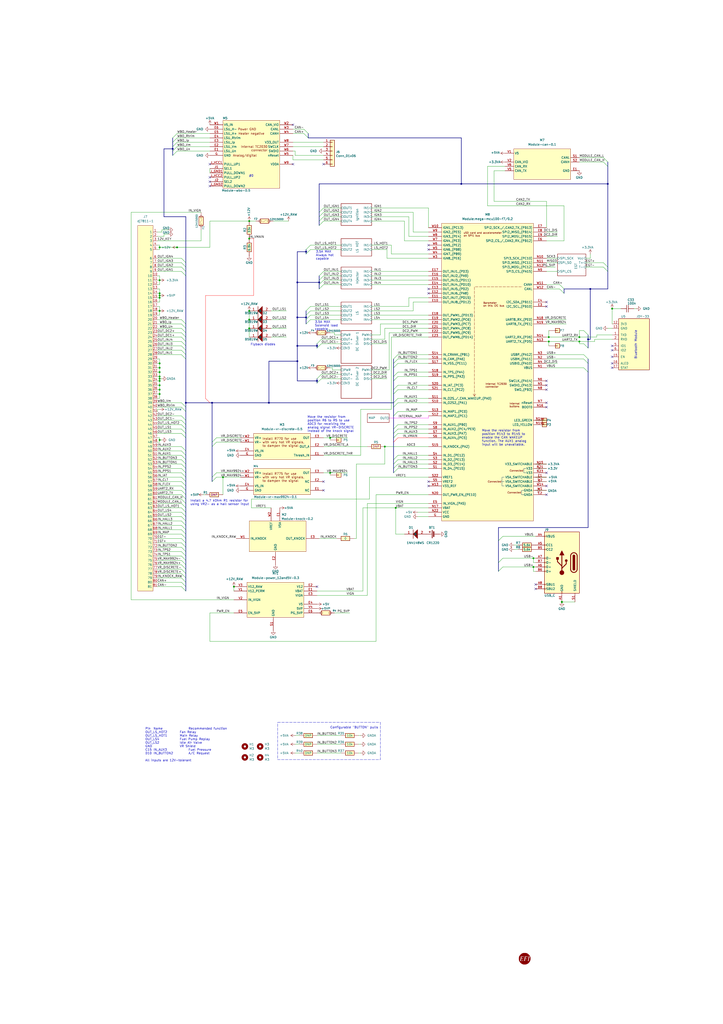
<source format=kicad_sch>
(kicad_sch (version 20250114) (generator "eeschema") (generator_version "9.0")
  (paper "A2" portrait)
  (title_block (title "UA4EFI") (date "2025-04-30") (rev "A"))
  (rectangle (start 161.29 419.1) (end 220.98 440.69) (stroke (width 0) (type dash)))
  (text "Move the resistor from\nposition R6 to R5 to use \nADC3 for receiving the\nanalog signal VR-DISCRETE\ninstead of the knock signal" (at 178.562 250.952 0) (effects (font (size 1.27 1.27)) (justify left bottom)))
  (text "Bluetooth Module" (at 370.078 191.516 90) (effects (font (size 1.27 1.27)) (justify right bottom)))
  (text "Configurable \"BUTTON\" pulls" (at 191.77 422.91 0) (effects (font (size 1.27 1.27)) (justify left bottom)))
  (text "Flyback diodes" (at 145.542 200.66 0) (effects (font (size 1.27 1.27)) (justify left bottom)))
  (text "3.5A MAX\nSolenoid load\ncapable" (at 182.88 191.77 0) (effects (font (size 1.27 1.27)) (justify left bottom)))
  (text "Move the resistor from\nposition R143 to R145 to\nenable the CAN WAKEUP\nfunction. The AUX1 analog\ninput will be unavailable." (at 279.908 258.826 0) (effects (font (size 1.27 1.27)) (justify left bottom)))
  (text "Pin	Name			Recommended function\nOUT_LS_HOT2		Fan Relay\nOUT_LS_HOT1		Main Relay\nOUT_LS4			Fuel Pump Replay\nOUT_LS2			Idle Air Valve\nGND  			VR Shield\nC15	IN_AUX3			Fuel Pressure\nD10	IN_BUTTON2		A/C Request\n\nAll inputs are 12V-tolerant" (at 84.328 422.148 0) (effects (font (size 1.27 1.27)) (justify left top)))
  (text "3.5A MAX\nAlways hot\ncapable" (at 183.4403 150.9584 0) (effects (font (size 1.27 1.27)) (justify left bottom)))
  (text "Install a 4.7 kOhm R1 resistor for \nusing VR2- as a hall sensor input" (at 110.49 293.37 0) (effects (font (size 1.27 1.27)) (justify left bottom)))
  (text "#0" (at 147.32 102.87 0) (effects (font (size 1.27 1.27)) (justify right bottom)))
  (junction (at 336.55 198.12))
  (junction (at 92.71 226.06))
  (junction (at 177.8 146.05))
  (junction (at 92.71 218.44))
  (junction (at 92.71 213.36))
  (junction (at 229.87 294.64))
  (junction (at 144.78 190.5))
  (junction (at 318.77 198.12))
  (junction (at 309.88 323.85))
  (junction (at 144.78 138.43))
  (junction (at 336.55 195.58))
  (junction (at 135.89 340.36))
  (junction (at 92.71 210.82))
  (junction (at 92.71 228.6))
  (junction (at 326.39 349.25) (diameter 1.016))
  (junction (at 92.71 180.34))
  (junction (at 156.21 233.68))
  (junction (at 92.71 215.9))
  (junction (at 191.77 274.32))
  (junction (at 144.78 180.34))
  (junction (at 172.72 209.55))
  (junction (at 184.15 220.98))
  (junction (at 355.6 179.07))
  (junction (at 177.8 184.15))
  (junction (at 342.9 167.64))
  (junction (at 92.71 255.27))
  (junction (at 123.19 233.68))
  (junction (at 92.71 223.52))
  (junction (at 92.71 162.56))
  (junction (at 129.54 276.86))
  (junction (at 92.71 172.72))
  (junction (at 267.97 106.68))
  (junction (at 92.71 171.45))
  (junction (at 309.88 328.93))
  (junction (at 223.52 259.08))
  (junction (at 92.71 143.51))
  (junction (at 172.72 200.66))
  (junction (at 102.87 143.51))
  (junction (at 172.72 184.15))
  (junction (at 144.78 128.27))
  (junction (at 107.95 233.68))
  (junction (at 191.77 254))
  (junction (at 172.72 163.83))
  (junction (at 184.15 200.66))
  (junction (at 92.71 219.71))
  (junction (at 318.77 195.58))
  (junction (at 100.33 86.36))
  (junction (at 144.78 185.42))
  (junction (at 92.71 220.98))
  (junction (at 185.42 163.83))
  (junction (at 353.06 106.68))
  (junction (at 92.71 170.18))
  (junction (at 341.63 196.85))
  (no_connect (at 187.96 279.4))
  (no_connect (at 170.18 72.39))
  (no_connect (at 355.6 213.36))
  (no_connect (at 248.92 142.24))
  (no_connect (at 311.15 341.63))
  (no_connect (at 187.96 284.48))
  (no_connect (at 355.6 210.82))
  (no_connect (at 311.15 339.09))
  (no_connect (at 317.5 220.98))
  (no_connect (at 317.5 226.06))
  (no_connect (at 317.5 287.02))
  (no_connect (at 121.92 102.87))
  (no_connect (at 355.6 203.2))
  (no_connect (at 121.92 107.95))
  (no_connect (at 187.96 95.25))
  (no_connect (at 121.92 95.25))
  (no_connect (at 248.92 167.64))
  (no_connect (at 317.5 236.22))
  (no_connect (at 317.5 223.52))
  (no_connect (at 184.15 340.36))
  (no_connect (at 317.5 274.32))
  (no_connect (at 121.92 105.41))
  (no_connect (at 355.6 200.66))
  (no_connect (at 248.92 170.18))
  (no_connect (at 170.18 95.25))
  (no_connect (at 317.5 281.94))
  (no_connect (at 317.5 175.26))
  (no_connect (at 317.5 177.8))
  (no_connect (at 248.92 279.4))
  (no_connect (at 355.6 207.01))
  (no_connect (at 248.92 281.94))
  (no_connect (at 317.5 233.68))
  (no_connect (at 248.92 144.78))
  (bus_entry (at 105.41 187.96) (size 2.54 2.54))
  (bus_entry (at 231.14 215.9) (size -2.54 2.54))
  (bus_entry (at 176.53 74.93) (size 2.54 2.54))
  (bus_entry (at 105.41 271.78) (size 2.54 2.54))
  (bus_entry (at 325.12 165.1) (size 2.54 2.54))
  (bus_entry (at 180.34 185.42) (size -2.54 2.54))
  (bus_entry (at 102.87 77.47) (size -2.54 2.54))
  (bus_entry (at 292.1 323.85) (size -2.54 2.54) (stroke (width 0.1524)))
  (bus_entry (at 105.41 190.5) (size 2.54 2.54))
  (bus_entry (at 105.41 203.2) (size 2.54 2.54))
  (bus_entry (at 105.41 330.2) (size 2.54 2.54))
  (bus_entry (at 339.09 205.74) (size 2.54 2.54) (stroke (width 0.1524)))
  (bus_entry (at 105.41 274.32) (size 2.54 2.54))
  (bus_entry (at 105.41 327.66) (size 2.54 2.54))
  (bus_entry (at 231.14 210.82) (size -2.54 2.54))
  (bus_entry (at 105.41 259.08) (size 2.54 2.54))
  (bus_entry (at 105.41 332.74) (size 2.54 2.54))
  (bus_entry (at 176.53 77.47) (size 2.54 2.54))
  (bus_entry (at 105.41 233.68) (size 2.54 2.54))
  (bus_entry (at 231.14 226.06) (size -2.54 2.54))
  (bus_entry (at 186.69 219.71) (size -2.54 2.54))
  (bus_entry (at 231.14 269.24) (size -2.54 2.54))
  (bus_entry (at 105.41 297.18) (size 2.54 2.54))
  (bus_entry (at 231.14 266.7) (size -2.54 2.54))
  (bus_entry (at 180.34 180.34) (size -2.54 2.54))
  (bus_entry (at 105.41 284.48) (size 2.54 2.54))
  (bus_entry (at 105.41 248.92) (size 2.54 2.54))
  (bus_entry (at 102.87 82.55) (size -2.54 2.54))
  (bus_entry (at 105.41 287.02) (size 2.54 2.54))
  (bus_entry (at 105.41 335.28) (size 2.54 2.54))
  (bus_entry (at 231.14 233.68) (size -2.54 2.54))
  (bus_entry (at 187.96 165.1) (size -2.54 2.54))
  (bus_entry (at 186.69 217.17) (size -2.54 2.54))
  (bus_entry (at 231.14 238.76) (size -2.54 2.54))
  (bus_entry (at 231.14 248.92) (size -2.54 2.54))
  (bus_entry (at 350.52 154.94) (size 2.54 2.54))
  (bus_entry (at 339.09 199.39) (size 2.54 2.54))
  (bus_entry (at 105.41 251.46) (size 2.54 2.54))
  (bus_entry (at 231.14 223.52) (size -2.54 2.54))
  (bus_entry (at 105.41 152.4) (size 2.54 2.54))
  (bus_entry (at 231.14 271.78) (size -2.54 2.54))
  (bus_entry (at 105.41 236.22) (size 2.54 2.54))
  (bus_entry (at 187.96 125.73) (size -2.54 2.54))
  (bus_entry (at 105.41 304.8) (size 2.54 2.54))
  (bus_entry (at 187.96 123.19) (size -2.54 2.54))
  (bus_entry (at 102.87 80.01) (size -2.54 2.54))
  (bus_entry (at 105.41 276.86) (size 2.54 2.54))
  (bus_entry (at 180.34 142.24) (size -2.54 2.54))
  (bus_entry (at 105.41 193.04) (size 2.54 2.54))
  (bus_entry (at 125.73 276.86) (size -2.54 2.54))
  (bus_entry (at 125.73 256.54) (size -2.54 2.54))
  (bus_entry (at 105.41 322.58) (size 2.54 2.54))
  (bus_entry (at 339.09 213.36) (size 2.54 2.54) (stroke (width 0.1524)))
  (bus_entry (at 339.09 191.77) (size 2.54 2.54))
  (bus_entry (at 350.52 91.44) (size 2.54 2.54))
  (bus_entry (at 105.41 205.74) (size 2.54 2.54))
  (bus_entry (at 105.41 261.62) (size 2.54 2.54))
  (bus_entry (at 105.41 307.34) (size 2.54 2.54))
  (bus_entry (at 105.41 264.16) (size 2.54 2.54))
  (bus_entry (at 105.41 320.04) (size 2.54 2.54))
  (bus_entry (at 105.41 302.26) (size 2.54 2.54))
  (bus_entry (at 105.41 325.12) (size 2.54 2.54))
  (bus_entry (at 119.38 231.14) (size 2.54 2.54) (stroke (width 0) (color 255 0 0 1)))
  (bus_entry (at 105.41 200.66) (size 2.54 2.54))
  (bus_entry (at 105.41 266.7) (size 2.54 2.54))
  (bus_entry (at 105.41 154.94) (size 2.54 2.54))
  (bus_entry (at 105.41 157.48) (size 2.54 2.54))
  (bus_entry (at 350.52 152.4) (size 2.54 2.54))
  (bus_entry (at 231.14 264.16) (size -2.54 2.54))
  (bus_entry (at 105.41 337.82) (size 2.54 2.54))
  (bus_entry (at 186.69 196.85) (size -2.54 2.54))
  (bus_entry (at 105.41 198.12) (size 2.54 2.54))
  (bus_entry (at 339.09 208.28) (size 2.54 2.54) (stroke (width 0.1524)))
  (bus_entry (at 350.52 93.98) (size 2.54 2.54))
  (bus_entry (at 187.96 157.48) (size -2.54 2.54))
  (bus_entry (at 105.41 340.36) (size 2.54 2.54))
  (bus_entry (at 231.14 208.28) (size -2.54 2.54))
  (bus_entry (at 180.34 182.88) (size -2.54 2.54))
  (bus_entry (at 105.41 289.56) (size 2.54 2.54))
  (bus_entry (at 105.41 195.58) (size 2.54 2.54))
  (bus_entry (at 180.34 144.78) (size -2.54 2.54))
  (bus_entry (at 180.34 177.8) (size -2.54 2.54))
  (bus_entry (at 231.14 246.38) (size -2.54 2.54))
  (bus_entry (at 105.41 294.64) (size 2.54 2.54))
  (bus_entry (at 187.96 120.65) (size -2.54 2.54))
  (bus_entry (at 231.14 254) (size -2.54 2.54) (stroke (width 0) (color 255 0 0 1)))
  (bus_entry (at 292.1 328.93) (size -2.54 2.54) (stroke (width 0.1524)))
  (bus_entry (at 105.41 243.84) (size 2.54 2.54))
  (bus_entry (at 187.96 160.02) (size -2.54 2.54))
  (bus_entry (at 231.14 231.14) (size -2.54 2.54))
  (bus_entry (at 102.87 85.09) (size -2.54 2.54))
  (bus_entry (at 292.1 311.15) (size -2.54 2.54) (stroke (width 0.1524)))
  (bus_entry (at 105.41 269.24) (size 2.54 2.54))
  (bus_entry (at 105.41 246.38) (size 2.54 2.54))
  (bus_entry (at 231.14 251.46) (size -2.54 2.54))
  (bus_entry (at 231.14 205.74) (size -2.54 2.54))
  (bus_entry (at 125.73 254) (size -2.54 2.54))
  (bus_entry (at 105.41 314.96) (size 2.54 2.54))
  (bus_entry (at 231.14 218.44) (size -2.54 2.54))
  (bus_entry (at 105.41 299.72) (size 2.54 2.54))
  (bus_entry (at 105.41 281.94) (size 2.54 2.54))
  (bus_entry (at 102.87 87.63) (size -2.54 2.54))
  (bus_entry (at 187.96 128.27) (size -2.54 2.54))
  (bus_entry (at 105.41 279.4) (size 2.54 2.54))
  (bus_entry (at 325.12 167.64) (size 2.54 2.54))
  (bus_entry (at 125.73 274.32) (size -2.54 2.54))
  (bus_entry (at 187.96 162.56) (size -2.54 2.54))
  (bus_entry (at 105.41 292.1) (size 2.54 2.54))
  (bus_entry (at 105.41 185.42) (size 2.54 2.54))
  (bus_entry (at 105.41 309.88) (size 2.54 2.54))
  (bus_entry (at 105.41 241.3) (size 2.54 2.54))
  (bus_entry (at 105.41 149.86) (size 2.54 2.54))
  (bus_entry (at 105.41 312.42) (size 2.54 2.54))
  (bus_entry (at 105.41 317.5) (size 2.54 2.54))
  (bus_entry (at 186.69 199.39) (size -2.54 2.54))
  (wire (pts (xy 91.44 167.64) (xy 92.71 167.64)))
  (wire (pts (xy 91.44 269.24) (xy 105.41 269.24)))
  (wire (pts (xy 311.15 331.47) (xy 309.88 331.47)))
  (wire (pts (xy 208.28 426.72) (xy 209.55 426.72)))
  (bus (pts (xy 228.6 251.46) (xy 228.6 254)))
  (wire (pts (xy 208.28 431.8) (xy 209.55 431.8)))
  (wire (pts (xy 215.9 177.8) (xy 237.49 177.8)))
  (wire (pts (xy 215.9 185.42) (xy 248.92 185.42)))
  (wire (pts (xy 91.44 299.72) (xy 105.41 299.72)))
  (wire (pts (xy 102.87 80.01) (xy 121.92 80.01)))
  (wire (pts (xy 340.36 152.4) (xy 350.52 152.4)))
  (bus (pts (xy 185.42 106.68) (xy 185.42 123.19)))
  (bus (pts (xy 107.95 125.73) (xy 95.25 125.73)))
  (wire (pts (xy 91.44 294.64) (xy 105.41 294.64)))
  (wire (pts (xy 146.05 294.64) (xy 157.48 294.64)))
  (wire (pts (xy 345.44 196.85) (xy 345.44 198.12)))
  (wire (pts (xy 215.9 157.48) (xy 248.92 157.48)))
  (bus (pts (xy 107.95 238.76) (xy 107.95 243.84)))
  (wire (pts (xy 369.57 179.07) (xy 368.3 179.07)))
  (wire (pts (xy 346.71 194.31) (xy 355.6 194.31)))
  (wire (pts (xy 194.31 193.04) (xy 194.31 194.31)))
  (bus (pts (xy 107.95 289.56) (xy 107.95 292.1)))
  (wire (pts (xy 215.9 125.73) (xy 237.49 125.73)))
  (wire (pts (xy 342.9 149.86) (xy 342.9 147.32)))
  (wire (pts (xy 91.44 241.3) (xy 105.41 241.3)))
  (wire (pts (xy 224.79 217.17) (xy 215.9 217.17)))
  (wire (pts (xy 92.71 144.78) (xy 91.44 144.78)))
  (bus (pts (xy 184.15 200.66) (xy 172.72 200.66)))
  (bus (pts (xy 107.95 266.7) (xy 107.95 269.24)))
  (wire (pts (xy 170.18 82.55) (xy 187.96 82.55)))
  (bus (pts (xy 95.25 125.73) (xy 95.25 86.36)))
  (wire (pts (xy 328.93 187.96) (xy 317.5 187.96)))
  (wire (pts (xy 195.58 312.42) (xy 185.42 312.42)))
  (bus (pts (xy 107.95 304.8) (xy 107.95 307.34)))
  (bus (pts (xy 107.95 254) (xy 107.95 261.62)))
  (wire (pts (xy 76.2 347.98) (xy 76.2 123.19)))
  (wire (pts (xy 215.9 165.1) (xy 248.92 165.1)))
  (wire (pts (xy 186.69 199.39) (xy 198.12 199.39)))
  (bus (pts (xy 107.95 233.68) (xy 121.92 233.68)))
  (wire (pts (xy 311.15 323.85) (xy 309.88 323.85)))
  (wire (pts (xy 227.33 147.32) (xy 248.92 147.32)))
  (bus (pts (xy 185.42 165.1) (xy 185.42 167.64)))
  (wire (pts (xy 91.44 274.32) (xy 105.41 274.32)))
  (wire (pts (xy 91.44 256.54) (xy 92.71 256.54)))
  (bus (pts (xy 228.6 266.7) (xy 228.6 269.24)))
  (wire (pts (xy 248.92 120.65) (xy 248.92 132.08)))
  (wire (pts (xy 224.79 144.78) (xy 215.9 144.78)))
  (bus (pts (xy 123.19 259.08) (xy 123.19 276.86)))
  (bus (pts (xy 289.56 326.39) (xy 289.56 331.47)))
  (wire (pts (xy 218.44 372.11) (xy 218.44 287.02)))
  (wire (pts (xy 184.15 431.8) (xy 198.12 431.8)))
  (bus (pts (xy 107.95 152.4) (xy 107.95 154.94)))
  (bus (pts (xy 228.6 248.92) (xy 228.6 251.46)))
  (wire (pts (xy 317.5 167.64) (xy 325.12 167.64)))
  (wire (pts (xy 215.9 182.88) (xy 248.92 182.88)))
  (wire (pts (xy 92.71 255.27) (xy 92.71 256.54)))
  (bus (pts (xy 228.6 269.24) (xy 228.6 271.78)))
  (wire (pts (xy 146.05 289.56) (xy 146.05 294.64)))
  (wire (pts (xy 102.87 87.63) (xy 121.92 87.63)))
  (wire (pts (xy 91.44 200.66) (xy 105.41 200.66)))
  (wire (pts (xy 92.71 210.82) (xy 92.71 213.36)))
  (bus (pts (xy 177.8 144.78) (xy 177.8 146.05)))
  (bus (pts (xy 107.95 297.18) (xy 107.95 299.72)))
  (wire (pts (xy 176.53 77.47) (xy 170.18 77.47)))
  (wire (pts (xy 92.71 220.98) (xy 92.71 223.52)))
  (bus (pts (xy 100.33 86.36) (xy 100.33 87.63)))
  (wire (pts (xy 91.44 233.68) (xy 105.41 233.68)))
  (wire (pts (xy 191.77 274.32) (xy 187.96 274.32)))
  (wire (pts (xy 210.82 294.64) (xy 229.87 294.64)))
  (wire (pts (xy 91.44 322.58) (xy 105.41 322.58)))
  (wire (pts (xy 340.36 154.94) (xy 350.52 154.94)))
  (bus (pts (xy 107.95 246.38) (xy 107.95 248.92)))
  (wire (pts (xy 317.5 137.16) (xy 323.85 137.16)))
  (wire (pts (xy 125.73 254) (xy 139.7 254)))
  (wire (pts (xy 91.44 185.42) (xy 105.41 185.42)))
  (wire (pts (xy 224.79 219.71) (xy 215.9 219.71)))
  (wire (pts (xy 91.44 261.62) (xy 105.41 261.62)))
  (wire (pts (xy 336.55 198.12) (xy 336.55 199.39)))
  (wire (pts (xy 194.31 194.31) (xy 198.12 194.31)))
  (wire (pts (xy 91.44 266.7) (xy 105.41 266.7)))
  (bus (pts (xy 228.6 218.44) (xy 228.6 220.98)))
  (wire (pts (xy 231.14 215.9) (xy 248.92 215.9)))
  (wire (pts (xy 91.44 220.98) (xy 92.71 220.98)))
  (wire (pts (xy 91.44 325.12) (xy 105.41 325.12)))
  (wire (pts (xy 180.34 182.88) (xy 198.12 182.88)))
  (bus (pts (xy 228.6 226.06) (xy 228.6 228.6)))
  (bus (pts (xy 228.6 208.28) (xy 228.6 210.82)))
  (bus (pts (xy 185.42 160.02) (xy 185.42 162.56)))
  (bus (pts (xy 107.95 292.1) (xy 107.95 294.64)))
  (wire (pts (xy 91.44 231.14) (xy 92.71 231.14)))
  (wire (pts (xy 186.69 217.17) (xy 198.12 217.17)))
  (bus (pts (xy 228.6 271.78) (xy 228.6 274.32)))
  (bus (pts (xy 228.6 210.82) (xy 228.6 213.36)))
  (wire (pts (xy 209.55 237.49) (xy 227.33 237.49)))
  (wire (pts (xy 91.44 213.36) (xy 92.71 213.36)))
  (wire (pts (xy 317.5 279.4) (xy 311.15 279.4)))
  (bus (pts (xy 107.95 294.64) (xy 107.95 297.18)))
  (wire (pts (xy 76.2 123.19) (xy 116.84 123.19)))
  (wire (pts (xy 311.15 326.39) (xy 309.88 326.39)))
  (wire (pts (xy 231.14 205.74) (xy 248.92 205.74)))
  (bus (pts (xy 185.42 162.56) (xy 185.42 163.83)))
  (bus (pts (xy 107.95 309.88) (xy 107.95 312.42)))
  (bus (pts (xy 185.42 125.73) (xy 185.42 128.27)))
  (wire (pts (xy 91.44 302.26) (xy 105.41 302.26)))
  (wire (pts (xy 91.44 276.86) (xy 105.41 276.86)))
  (wire (pts (xy 92.71 182.88) (xy 91.44 182.88)))
  (wire (pts (xy 346.71 194.31) (xy 346.71 195.58)))
  (bus (pts (xy 156.21 209.55) (xy 156.21 233.68)))
  (wire (pts (xy 91.44 162.56) (xy 92.71 162.56)))
  (wire (pts (xy 187.96 128.27) (xy 198.12 128.27)))
  (bus (pts (xy 267.97 106.68) (xy 185.42 106.68)))
  (wire (pts (xy 283.21 119.38) (xy 283.21 96.52)))
  (wire (pts (xy 92.71 180.34) (xy 92.71 182.88)))
  (wire (pts (xy 317.5 132.08) (xy 317.5 116.84)))
  (wire (pts (xy 144.78 128.27) (xy 148.59 128.27)))
  (bus (pts (xy 107.95 190.5) (xy 107.95 193.04)))
  (wire (pts (xy 231.14 248.92) (xy 248.92 248.92)))
  (wire (pts (xy 191.77 213.36) (xy 193.04 213.36)))
  (wire (pts (xy 234.95 139.7) (xy 248.92 139.7)))
  (bus (pts (xy 107.95 322.58) (xy 107.95 325.12)))
  (wire (pts (xy 92.71 170.18) (xy 92.71 171.45)))
  (wire (pts (xy 317.5 149.86) (xy 323.85 149.86)))
  (bus (pts (xy 341.63 306.07) (xy 341.63 215.9)))
  (bus (pts (xy 100.33 87.63) (xy 100.33 90.17)))
  (bus (pts (xy 107.95 200.66) (xy 107.95 203.2)))
  (bus (pts (xy 172.72 163.83) (xy 185.42 163.83)))
  (wire (pts (xy 215.9 162.56) (xy 248.92 162.56)))
  (bus (pts (xy 289.56 306.07) (xy 341.63 306.07)))
  (wire (pts (xy 317.5 134.62) (xy 323.85 134.62)))
  (bus (pts (xy 177.8 146.05) (xy 177.8 147.32)))
  (wire (pts (xy 91.44 210.82) (xy 92.71 210.82)))
  (wire (pts (xy 91.44 297.18) (xy 105.41 297.18)))
  (bus (pts (xy 172.72 146.05) (xy 172.72 163.83)))
  (wire (pts (xy 93.98 255.27) (xy 92.71 255.27)))
  (bus (pts (xy 185.42 123.19) (xy 185.42 125.73)))
  (wire (pts (xy 93.98 133.35) (xy 93.98 134.62)))
  (wire (pts (xy 92.71 172.72) (xy 92.71 175.26)))
  (wire (pts (xy 336.55 198.12) (xy 345.44 198.12)))
  (wire (pts (xy 240.03 175.26) (xy 248.92 175.26)))
  (wire (pts (xy 144.78 138.43) (xy 147.32 138.43)) (stroke (width 0) (color 255 0 0 1)))
  (wire (pts (xy 91.44 187.96) (xy 105.41 187.96)))
  (wire (pts (xy 125.73 274.32) (xy 139.7 274.32)))
  (bus (pts (xy 123.19 233.68) (xy 123.19 256.54)))
  (wire (pts (xy 322.58 154.94) (xy 317.5 154.94)))
  (wire (pts (xy 125.73 256.54) (xy 139.7 256.54)))
  (bus (pts (xy 107.95 335.28) (xy 107.95 337.82)))
  (wire (pts (xy 91.44 335.28) (xy 105.41 335.28)))
  (wire (pts (xy 144.78 180.34) (xy 144.78 185.42)))
  (wire (pts (xy 231.14 266.7) (xy 248.92 266.7)))
  (bus (pts (xy 172.72 184.15) (xy 177.8 184.15)))
  (bus (pts (xy 353.06 154.94) (xy 353.06 106.68)))
  (wire (pts (xy 336.55 91.44) (xy 350.52 91.44)))
  (wire (pts (xy 248.92 299.72) (xy 242.57 299.72)))
  (bus (pts (xy 172.72 184.15) (xy 172.72 200.66)))
  (wire (pts (xy 170.18 87.63) (xy 171.45 87.63)))
  (wire (pts (xy 92.71 226.06) (xy 92.71 228.6)))
  (wire (pts (xy 91.44 160.02) (xy 92.71 160.02)))
  (wire (pts (xy 91.44 327.66) (xy 105.41 327.66)))
  (wire (pts (xy 180.34 144.78) (xy 198.12 144.78)))
  (wire (pts (xy 191.77 274.32) (xy 191.77 275.59)))
  (bus (pts (xy 107.95 271.78) (xy 107.95 274.32)))
  (bus (pts (xy 228.6 241.3) (xy 228.6 248.92)))
  (wire (pts (xy 157.48 185.42) (xy 166.37 185.42)))
  (wire (pts (xy 144.78 185.42) (xy 144.78 190.5)))
  (bus (pts (xy 267.97 106.68) (xy 353.06 106.68)))
  (wire (pts (xy 187.96 162.56) (xy 198.12 162.56)))
  (bus (pts (xy 177.8 185.42) (xy 177.8 187.96)))
  (wire (pts (xy 157.48 195.58) (xy 166.37 195.58)))
  (wire (pts (xy 91.44 190.5) (xy 105.41 190.5)))
  (wire (pts (xy 223.52 190.5) (xy 248.92 190.5)))
  (wire (pts (xy 215.9 160.02) (xy 248.92 160.02)))
  (bus (pts (xy 123.19 256.54) (xy 123.19 259.08)))
  (wire (pts (xy 186.69 219.71) (xy 198.12 219.71)))
  (bus (pts (xy 228.6 233.68) (xy 156.21 233.68)))
  (bus (pts (xy 107.95 236.22) (xy 107.95 238.76)))
  (wire (pts (xy 187.96 165.1) (xy 198.12 165.1)))
  (wire (pts (xy 144.78 190.5) (xy 144.78 195.58)))
  (bus (pts (xy 341.63 196.85) (xy 341.63 201.93)))
  (wire (pts (xy 91.44 193.04) (xy 105.41 193.04)))
  (bus (pts (xy 107.95 198.12) (xy 107.95 200.66)))
  (bus (pts (xy 341.63 208.28) (xy 341.63 210.82)))
  (wire (pts (xy 116.84 139.7) (xy 116.84 133.35)))
  (wire (pts (xy 191.77 193.04) (xy 194.31 193.04)))
  (wire (pts (xy 237.49 172.72) (xy 248.92 172.72)))
  (wire (pts (xy 223.52 259.08) (xy 248.92 259.08)))
  (wire (pts (xy 298.45 316.23) (xy 300.99 316.23)))
  (bus (pts (xy 184.15 220.98) (xy 184.15 222.25)))
  (wire (pts (xy 91.44 309.88) (xy 105.41 309.88)))
  (wire (pts (xy 292.1 311.15) (xy 311.15 311.15)))
  (bus (pts (xy 107.95 208.28) (xy 107.95 233.68)))
  (wire (pts (xy 327.66 139.7) (xy 327.66 119.38)))
  (wire (pts (xy 317.5 139.7) (xy 327.66 139.7)))
  (wire (pts (xy 334.01 349.25) (xy 326.39 349.25)))
  (wire (pts (xy 339.09 199.39) (xy 336.55 199.39)))
  (wire (pts (xy 119.38 171.45) (xy 119.38 231.14)) (stroke (width 0) (color 255 0 0 1)))
  (wire (pts (xy 91.44 284.48) (xy 105.41 284.48)))
  (bus (pts (xy 107.95 233.68) (xy 107.95 236.22)))
  (wire (pts (xy 91.44 337.82) (xy 105.41 337.82)))
  (bus (pts (xy 107.95 157.48) (xy 107.95 160.02)))
  (wire (pts (xy 224.79 149.86) (xy 224.79 144.78)))
  (wire (pts (xy 92.71 219.71) (xy 93.98 219.71)))
  (wire (pts (xy 187.96 264.16) (xy 209.55 264.16)))
  (wire (pts (xy 91.44 180.34) (xy 92.71 180.34)))
  (wire (pts (xy 121.92 128.27) (xy 144.78 128.27)))
  (wire (pts (xy 91.44 152.4) (xy 105.41 152.4)))
  (wire (pts (xy 147.32 138.43) (xy 147.32 171.45)) (stroke (width 0) (color 255 0 0 1)))
  (wire (pts (xy 121.92 355.6) (xy 135.89 355.6)))
  (wire (pts (xy 317.5 210.82) (xy 323.85 210.82)))
  (wire (pts (xy 234.95 128.27) (xy 234.95 139.7)))
  (bus (pts (xy 172.72 209.55) (xy 156.21 209.55)))
  (wire (pts (xy 220.98 187.96) (xy 248.92 187.96)))
  (wire (pts (xy 91.44 205.74) (xy 105.41 205.74)))
  (wire (pts (xy 360.68 179.07) (xy 355.6 179.07)))
  (wire (pts (xy 215.9 123.19) (xy 240.03 123.19)))
  (wire (pts (xy 180.34 180.34) (xy 198.12 180.34)))
  (wire (pts (xy 92.71 218.44) (xy 92.71 219.71)))
  (bus (pts (xy 107.95 302.26) (xy 107.95 304.8)))
  (bus (pts (xy 107.95 160.02) (xy 107.95 187.96)))
  (bus (pts (xy 107.95 248.92) (xy 107.95 251.46)))
  (bus (pts (xy 327.66 167.64) (xy 342.9 167.64)))
  (bus (pts (xy 341.63 196.85) (xy 342.9 196.85)))
  (wire (pts (xy 207.01 269.24) (xy 223.52 269.24)))
  (bus (pts (xy 107.95 274.32) (xy 107.95 276.86)))
  (bus (pts (xy 107.95 307.34) (xy 107.95 309.88)))
  (wire (pts (xy 218.44 287.02) (xy 248.92 287.02)))
  (wire (pts (xy 92.71 255.27) (xy 92.71 254)))
  (wire (pts (xy 227.33 195.58) (xy 248.92 195.58)))
  (wire (pts (xy 205.74 312.42) (xy 207.01 312.42)))
  (wire (pts (xy 226.06 214.63) (xy 226.06 193.04)))
  (wire (pts (xy 209.55 264.16) (xy 209.55 237.49)))
  (wire (pts (xy 92.71 142.24) (xy 91.44 142.24)))
  (wire (pts (xy 226.06 242.57) (xy 248.92 242.57)) (stroke (width 0) (color 255 0 255 1)))
  (bus (pts (xy 228.6 228.6) (xy 228.6 233.68)))
  (bus (pts (xy 341.63 210.82) (xy 341.63 215.9)))
  (bus (pts (xy 184.15 219.71) (xy 184.15 220.98)))
  (wire (pts (xy 355.6 179.07) (xy 355.6 187.96)))
  (wire (pts (xy 231.14 231.14) (xy 248.92 231.14)))
  (bus (pts (xy 353.06 96.52) (xy 353.06 106.68)))
  (wire (pts (xy 223.52 269.24) (xy 223.52 259.08)))
  (wire (pts (xy 298.45 318.77) (xy 300.99 318.77)))
  (bus (pts (xy 107.95 332.74) (xy 107.95 335.28)))
  (wire (pts (xy 171.45 431.8) (xy 173.99 431.8)))
  (bus (pts (xy 342.9 196.85) (xy 342.9 167.64)))
  (wire (pts (xy 317.5 185.42) (xy 328.93 185.42)))
  (bus (pts (xy 121.92 233.68) (xy 123.19 233.68)))
  (bus (pts (xy 107.95 264.16) (xy 107.95 266.7)))
  (wire (pts (xy 317.5 195.58) (xy 318.77 195.58)))
  (wire (pts (xy 102.87 85.09) (xy 121.92 85.09)))
  (wire (pts (xy 91.44 154.94) (xy 105.41 154.94)))
  (wire (pts (xy 121.92 372.11) (xy 218.44 372.11)))
  (wire (pts (xy 92.71 237.49) (xy 91.44 237.49)))
  (wire (pts (xy 91.44 177.8) (xy 92.71 177.8)))
  (bus (pts (xy 107.95 261.62) (xy 107.95 264.16)))
  (wire (pts (xy 194.31 355.6) (xy 203.2 355.6)))
  (wire (pts (xy 91.44 281.94) (xy 105.41 281.94)))
  (bus (pts (xy 228.6 254) (xy 228.6 256.54)))
  (wire (pts (xy 191.77 254) (xy 191.77 255.27)))
  (bus (pts (xy 107.95 312.42) (xy 107.95 314.96)))
  (wire (pts (xy 91.44 215.9) (xy 92.71 215.9)))
  (bus (pts (xy 107.95 251.46) (xy 107.95 254)))
  (wire (pts (xy 176.53 74.93) (xy 170.18 74.93)))
  (wire (pts (xy 215.9 142.24) (xy 227.33 142.24)))
  (wire (pts (xy 193.04 214.63) (xy 198.12 214.63)))
  (wire (pts (xy 215.9 180.34) (xy 240.03 180.34)))
  (wire (pts (xy 317.5 198.12) (xy 318.77 198.12)))
  (wire (pts (xy 237.49 137.16) (xy 248.92 137.16)))
  (bus (pts (xy 228.6 236.22) (xy 228.6 241.3)))
  (wire (pts (xy 91.44 287.02) (xy 105.41 287.02)))
  (wire (pts (xy 180.34 177.8) (xy 198.12 177.8)))
  (wire (pts (xy 102.87 77.47) (xy 121.92 77.47)))
  (wire (pts (xy 317.5 208.28) (xy 339.09 208.28)))
  (wire (pts (xy 92.71 219.71) (xy 92.71 220.98)))
  (wire (pts (xy 91.44 246.38) (xy 105.41 246.38)))
  (wire (pts (xy 91.44 236.22) (xy 105.41 236.22)))
  (wire (pts (xy 317.5 246.38) (xy 311.15 246.38)))
  (wire (pts (xy 187.96 120.65) (xy 198.12 120.65)))
  (wire (pts (xy 214.63 276.86) (xy 248.92 276.86)))
  (bus (pts (xy 107.95 195.58) (xy 107.95 198.12)))
  (wire (pts (xy 91.44 264.16) (xy 105.41 264.16)))
  (wire (pts (xy 157.48 190.5) (xy 166.37 190.5)))
  (wire (pts (xy 283.21 96.52) (xy 293.37 96.52)))
  (wire (pts (xy 213.36 292.1) (xy 248.92 292.1)))
  (wire (pts (xy 92.71 144.78) (xy 92.71 143.51)))
  (wire (pts (xy 92.71 171.45) (xy 92.71 172.72)))
  (bus (pts (xy 228.6 220.98) (xy 228.6 226.06)))
  (wire (pts (xy 92.71 213.36) (xy 92.71 215.9)))
  (bus (pts (xy 100.33 85.09) (xy 100.33 86.36)))
  (wire (pts (xy 184.15 342.9) (xy 210.82 342.9)))
  (bus (pts (xy 107.95 243.84) (xy 107.95 246.38)))
  (wire (pts (xy 317.5 157.48) (xy 323.85 157.48)))
  (wire (pts (xy 186.69 196.85) (xy 198.12 196.85)))
  (bus (pts (xy 107.95 125.73) (xy 107.95 152.4)))
  (wire (pts (xy 237.49 172.72) (xy 237.49 177.8)))
  (wire (pts (xy 287.02 116.84) (xy 287.02 99.06)))
  (wire (pts (xy 229.87 294.64) (xy 229.87 309.88)))
  (wire (pts (xy 317.5 213.36) (xy 339.09 213.36)))
  (wire (pts (xy 317.5 116.84) (xy 287.02 116.84)))
  (wire (pts (xy 215.9 128.27) (xy 234.95 128.27)))
  (wire (pts (xy 231.14 223.52) (xy 248.92 223.52)))
  (wire (pts (xy 226.06 214.63) (xy 215.9 214.63)))
  (wire (pts (xy 223.52 196.85) (xy 223.52 190.5)))
  (wire (pts (xy 213.36 345.44) (xy 213.36 292.1)))
  (wire (pts (xy 309.88 326.39) (xy 309.88 323.85)))
  (wire (pts (xy 231.14 264.16) (xy 248.92 264.16)))
  (wire (pts (xy 91.44 228.6) (xy 92.71 228.6)))
  (wire (pts (xy 215.9 194.31) (xy 220.98 194.31)))
  (wire (pts (xy 227.33 237.49) (xy 227.33 195.58)))
  (bus (pts (xy 107.95 330.2) (xy 107.95 332.74)))
  (wire (pts (xy 327.66 119.38) (xy 283.21 119.38)))
  (wire (pts (xy 91.44 198.12) (xy 105.41 198.12)))
  (wire (pts (xy 95.25 135.89) (xy 95.25 137.16)))
  (wire (pts (xy 147.32 171.45) (xy 119.38 171.45)) (stroke (width 0) (color 255 0 0 1)))
  (wire (pts (xy 336.55 195.58) (xy 346.71 195.58)))
  (wire (pts (xy 121.92 97.79) (xy 121.92 100.33)))
  (wire (pts (xy 129.54 276.86) (xy 139.7 276.86)))
  (wire (pts (xy 170.18 85.09) (xy 187.96 85.09)))
  (wire (pts (xy 91.44 317.5) (xy 105.41 317.5)))
  (wire (pts (xy 91.44 243.84) (xy 105.41 243.84)))
  (wire (pts (xy 231.14 246.38) (xy 248.92 246.38)))
  (wire (pts (xy 121.92 372.11) (xy 121.92 355.6)))
  (wire (pts (xy 231.14 226.06) (xy 248.92 226.06)))
  (wire (pts (xy 309.88 323.85) (xy 292.1 323.85)))
  (bus (pts (xy 179.07 80.01) (xy 267.97 80.01)))
  (wire (pts (xy 91.44 203.2) (xy 105.41 203.2)))
  (wire (pts (xy 215.9 120.65) (xy 248.92 120.65)))
  (wire (pts (xy 93.98 134.62) (xy 91.44 134.62)))
  (wire (pts (xy 91.44 320.04) (xy 105.41 320.04)))
  (wire (pts (xy 91.44 226.06) (xy 92.71 226.06)))
  (wire (pts (xy 309.88 331.47) (xy 309.88 328.93)))
  (wire (pts (xy 248.92 149.86) (xy 224.79 149.86)))
  (wire (pts (xy 309.88 328.93) (xy 292.1 328.93)))
  (wire (pts (xy 92.71 177.8) (xy 92.71 180.34)))
  (bus (pts (xy 107.95 340.36) (xy 107.95 342.9)))
  (wire (pts (xy 121.92 143.51) (xy 121.92 128.27)))
  (wire (pts (xy 353.06 190.5) (xy 355.6 190.5)))
  (wire (pts (xy 229.87 309.88) (xy 234.95 309.88)))
  (wire (pts (xy 91.44 248.92) (xy 105.41 248.92)))
  (wire (pts (xy 91.44 157.48) (xy 105.41 157.48)))
  (bus (pts (xy 353.06 93.98) (xy 353.06 96.52)))
  (bus (pts (xy 123.19 276.86) (xy 123.19 279.4)))
  (bus (pts (xy 107.95 281.94) (xy 107.95 284.48)))
  (wire (pts (xy 248.92 242.57) (xy 248.92 241.3)) (stroke (width 0) (color 255 0 255 1)))
  (wire (pts (xy 92.71 143.51) (xy 92.71 142.24)))
  (wire (pts (xy 91.44 292.1) (xy 105.41 292.1)))
  (wire (pts (xy 339.09 191.77) (xy 336.55 191.77)))
  (wire (pts (xy 210.82 342.9) (xy 210.82 294.64)))
  (bus (pts (xy 107.95 299.72) (xy 107.95 302.26)))
  (bus (pts (xy 179.07 77.47) (xy 179.07 80.01)))
  (wire (pts (xy 91.44 218.44) (xy 92.71 218.44)))
  (bus (pts (xy 107.95 205.74) (xy 107.95 208.28)))
  (bus (pts (xy 267.97 80.01) (xy 267.97 106.68)))
  (wire (pts (xy 214.63 289.56) (xy 146.05 289.56)))
  (wire (pts (xy 91.44 208.28) (xy 92.71 208.28)))
  (wire (pts (xy 91.44 314.96) (xy 105.41 314.96)))
  (bus (pts (xy 172.72 220.98) (xy 184.15 220.98)))
  (wire (pts (xy 345.44 196.85) (xy 355.6 196.85)))
  (wire (pts (xy 157.48 180.34) (xy 166.37 180.34)))
  (bus (pts (xy 172.72 209.55) (xy 172.72 220.98)))
  (wire (pts (xy 93.98 133.35) (xy 97.79 133.35)))
  (bus (pts (xy 107.95 284.48) (xy 107.95 287.02)))
  (wire (pts (xy 187.96 157.48) (xy 198.12 157.48)))
  (bus (pts (xy 107.95 193.04) (xy 107.95 195.58)))
  (wire (pts (xy 207.01 312.42) (xy 207.01 269.24)))
  (wire (pts (xy 91.44 304.8) (xy 105.41 304.8)))
  (bus (pts (xy 184.15 199.39) (xy 184.15 200.66)))
  (wire (pts (xy 237.49 125.73) (xy 237.49 137.16)))
  (bus (pts (xy 107.95 154.94) (xy 107.95 157.48)))
  (bus (pts (xy 107.95 276.86) (xy 107.95 279.4)))
  (wire (pts (xy 91.44 312.42) (xy 105.41 312.42)))
  (wire (pts (xy 158.75 128.27) (xy 167.64 128.27)))
  (wire (pts (xy 180.34 185.42) (xy 198.12 185.42)))
  (bus (pts (xy 341.63 194.31) (xy 341.63 196.85)))
  (wire (pts (xy 231.14 238.76) (xy 248.92 238.76)))
  (wire (pts (xy 135.89 340.36) (xy 135.89 342.9)))
  (wire (pts (xy 92.71 160.02) (xy 92.71 162.56)))
  (wire (pts (xy 231.14 271.78) (xy 248.92 271.78)))
  (bus (pts (xy 107.95 337.82) (xy 107.95 340.36)))
  (wire (pts (xy 229.87 294.64) (xy 248.92 294.64)))
  (wire (pts (xy 184.15 345.44) (xy 213.36 345.44)))
  (bus (pts (xy 107.95 320.04) (xy 107.95 322.58)))
  (wire (pts (xy 102.87 143.51) (xy 121.92 143.51)))
  (bus (pts (xy 353.06 154.94) (xy 353.06 157.48)))
  (wire (pts (xy 92.71 215.9) (xy 92.71 218.44)))
  (wire (pts (xy 91.44 289.56) (xy 105.41 289.56)))
  (bus (pts (xy 228.6 233.68) (xy 228.6 236.22)))
  (bus (pts (xy 228.6 213.36) (xy 228.6 218.44)))
  (wire (pts (xy 91.44 149.86) (xy 105.41 149.86)))
  (bus (pts (xy 172.72 163.83) (xy 172.72 184.15)))
  (wire (pts (xy 171.45 426.72) (xy 173.99 426.72)))
  (wire (pts (xy 187.96 259.08) (xy 213.36 259.08)))
  (bus (pts (xy 177.8 146.05) (xy 172.72 146.05)))
  (wire (pts (xy 92.71 208.28) (xy 92.71 210.82)))
  (wire (pts (xy 129.54 276.86) (xy 129.54 287.02)))
  (wire (pts (xy 171.45 436.88) (xy 173.99 436.88)))
  (wire (pts (xy 231.14 233.68) (xy 248.92 233.68)))
  (wire (pts (xy 91.44 259.08) (xy 105.41 259.08)))
  (bus (pts (xy 172.72 200.66) (xy 172.72 209.55)))
  (wire (pts (xy 95.25 135.89) (xy 97.79 135.89)))
  (bus (pts (xy 123.19 233.68) (xy 156.21 233.68)))
  (wire (pts (xy 231.14 208.28) (xy 248.92 208.28)))
  (wire (pts (xy 92.71 228.6) (xy 92.71 231.14)))
  (wire (pts (xy 91.44 251.46) (xy 105.41 251.46)))
  (wire (pts (xy 91.44 139.7) (xy 116.84 139.7)))
  (bus (pts (xy 107.95 327.66) (xy 107.95 330.2)))
  (wire (pts (xy 95.25 137.16) (xy 91.44 137.16)))
  (wire (pts (xy 317.5 243.84) (xy 311.15 243.84)))
  (wire (pts (xy 193.04 213.36) (xy 193.04 214.63)))
  (wire (pts (xy 317.5 165.1) (xy 325.12 165.1)))
  (wire (pts (xy 118.11 287.02) (xy 119.38 287.02)))
  (wire (pts (xy 220.98 194.31) (xy 220.98 187.96)))
  (wire (pts (xy 215.9 196.85) (xy 223.52 196.85)))
  (bus (pts (xy 185.42 128.27) (xy 185.42 130.81)))
  (wire (pts (xy 171.45 87.63) (xy 171.45 90.17)))
  (wire (pts (xy 91.44 279.4) (xy 105.41 279.4)))
  (wire (pts (xy 336.55 191.77) (xy 336.55 195.58)))
  (wire (pts (xy 287.02 99.06) (xy 293.37 99.06)))
  (wire (pts (xy 91.44 165.1) (xy 92.71 165.1)))
  (wire (pts (xy 91.44 195.58) (xy 105.41 195.58)))
  (wire (pts (xy 91.44 340.36) (xy 105.41 340.36)))
  (wire (pts (xy 317.5 276.86) (xy 311.15 276.86)))
  (wire (pts (xy 208.28 436.88) (xy 209.55 436.88)))
  (bus (pts (xy 185.42 163.83) (xy 185.42 165.1)))
  (wire (pts (xy 231.14 218.44) (xy 248.92 218.44)))
  (wire (pts (xy 92.71 167.64) (xy 92.71 170.18)))
  (wire (pts (xy 317.5 271.78) (xy 311.15 271.78)))
  (wire (pts (xy 171.45 90.17) (xy 187.96 90.17)))
  (wire (pts (xy 336.55 93.98) (xy 350.52 93.98)))
  (wire (pts (xy 91.44 237.49) (xy 91.44 238.76)))
  (wire (pts (xy 318.77 198.12) (xy 318.77 200.66)))
  (bus (pts (xy 228.6 256.54) (xy 228.6 266.7)))
  (wire (pts (xy 318.77 195.58) (xy 336.55 195.58)))
  (bus (pts (xy 95.25 86.36) (xy 100.33 86.36)))
  (wire (pts (xy 201.93 254) (xy 191.77 254)))
  (bus (pts (xy 289.56 313.69) (xy 289.56 326.39)))
  (wire (pts (xy 92.71 162.56) (xy 92.71 165.1)))
  (wire (pts (xy 76.2 347.98) (xy 135.89 347.98)))
  (wire (pts (xy 180.34 142.24) (xy 198.12 142.24)))
  (bus (pts (xy 100.33 80.01) (xy 100.33 82.55)))
  (bus (pts (xy 177.8 180.34) (xy 177.8 182.88)))
  (bus (pts (xy 107.95 203.2) (xy 107.95 205.74)))
  (wire (pts (xy 231.14 269.24) (xy 248.92 269.24)))
  (bus (pts (xy 107.95 317.5) (xy 107.95 320.04)))
  (wire (pts (xy 187.96 160.02) (xy 198.12 160.02)))
  (wire (pts (xy 240.03 175.26) (xy 240.03 180.34)))
  (wire (pts (xy 201.93 274.32) (xy 191.77 274.32)))
  (wire (pts (xy 92.71 223.52) (xy 92.71 226.06)))
  (wire (pts (xy 340.36 149.86) (xy 342.9 149.86)))
  (bus (pts (xy 107.95 314.96) (xy 107.95 317.5)))
  (wire (pts (xy 311.15 328.93) (xy 309.88 328.93)))
  (bus (pts (xy 107.95 287.02) (xy 107.95 289.56)))
  (bus (pts (xy 107.95 187.96) (xy 107.95 190.5)))
  (wire (pts (xy 318.77 198.12) (xy 336.55 198.12)))
  (wire (pts (xy 91.44 271.78) (xy 105.41 271.78)))
  (wire (pts (xy 226.06 193.04) (xy 248.92 193.04)))
  (wire (pts (xy 317.5 269.24) (xy 311.15 269.24)))
  (wire (pts (xy 91.44 223.52) (xy 92.71 223.52)))
  (bus (pts (xy 342.9 167.64) (xy 353.06 167.64)))
  (bus (pts (xy 107.95 325.12) (xy 107.95 327.66)))
  (wire (pts (xy 317.5 284.48) (xy 311.15 284.48)))
  (bus (pts (xy 184.15 200.66) (xy 184.15 201.93)))
  (wire (pts (xy 170.18 92.71) (xy 187.96 92.71)))
  (wire (pts (xy 227.33 142.24) (xy 227.33 147.32)))
  (wire (pts (xy 191.77 254) (xy 187.96 254)))
  (wire (pts (xy 240.03 134.62) (xy 248.92 134.62)))
  (wire (pts (xy 92.71 143.51) (xy 102.87 143.51)))
  (wire (pts (xy 231.14 254) (xy 248.92 254)) (stroke (width 0) (color 255 0 0 1)))
  (bus (pts (xy 100.33 82.55) (xy 100.33 85.09)))
  (wire (pts (xy 92.71 254) (xy 91.44 254)))
  (wire (pts (xy 317.5 152.4) (xy 323.85 152.4)))
  (wire (pts (xy 91.44 330.2) (xy 105.41 330.2)))
  (wire (pts (xy 187.96 123.19) (xy 198.12 123.19)))
  (wire (pts (xy 214.63 276.86) (xy 214.63 289.56)))
  (bus (pts (xy 177.8 184.15) (xy 177.8 185.42)))
  (wire (pts (xy 187.96 125.73) (xy 198.12 125.73)))
  (wire (pts (xy 318.77 191.77) (xy 318.77 195.58)))
  (bus (pts (xy 107.95 279.4) (xy 107.95 281.94)))
  (wire (pts (xy 317.5 205.74) (xy 339.09 205.74)))
  (bus (pts (xy 353.06 167.64) (xy 353.06 157.48)))
  (wire (pts (xy 91.44 307.34) (xy 105.41 307.34)))
  (wire (pts (xy 248.92 297.18) (xy 242.57 297.18)))
  (bus (pts (xy 107.95 269.24) (xy 107.95 271.78)))
  (bus (pts (xy 177.8 182.88) (xy 177.8 184.15)))
  (bus (pts (xy 289.56 306.07) (xy 289.56 313.69)))
  (wire (pts (xy 184.15 436.88) (xy 198.12 436.88)))
  (wire (pts (xy 125.73 276.86) (xy 129.54 276.86)))
  (wire (pts (xy 91.44 175.26) (xy 92.71 175.26)))
  (wire (pts (xy 91.44 332.74) (xy 105.41 332.74)))
  (wire (pts (xy 231.14 251.46) (xy 248.92 251.46)))
  (wire (pts (xy 224.79 199.39) (xy 215.9 199.39)))
  (wire (pts (xy 170.18 90.17) (xy 170.18 92.71)))
  (wire (pts (xy 240.03 123.19) (xy 240.03 134.62)))
  (wire (pts (xy 184.15 426.72) (xy 198.12 426.72)))
  (wire (pts (xy 102.87 82.55) (xy 121.92 82.55)))
  (bus (pts (xy 327.66 167.64) (xy 327.66 170.18)))
  (wire (pts (xy 91.44 172.72) (xy 92.71 172.72)))
  (wire (pts (xy 231.14 210.82) (xy 248.92 210.82)))
  (wire (pts (xy 91.44 170.18) (xy 92.71 170.18)))
  (label "OUT_LS2" (at 91.44 299.72 0))
  (label "CAN-" (at 91.44 340.36 0))
  (label "WBO_Heater" (at 102.87 77.47 0))
  (label "VR_DISCRETE_A" (at 187.96 259.08 0))
  (label "PG_5VP" (at 322.58 154.94 180))
  (label "IN_KNOCK_RAW" (at 91.44 335.28 0))
  (label "OUT_LS_HOT2" (at 91.44 246.38 0))
  (label "IN_HALL1" (at 242.57 264.16 180))
  (label "IN_PPS1" (at 242.57 218.44 180))
  (label "OUT_IGN4" (at 91.44 149.86 0))
  (label "VR_DISCRETE+" (at 128.27 254 0))
  (label "IN_PPS2" (at 91.44 271.78 0))
  (label "WBO_Rtrim" (at 91.44 236.22 0))
  (label "OUT_LS1" (at 182.88 177.8 0))
  (label "OUT_LS4" (at 91.44 297.18 0))
  (label "DC2_DIR" (at 224.79 217.17 180))
  (label "IN_BUTTON1" (at 184.15 426.72 0))
  (label "OUT_DC1-" (at 186.69 199.39 0))
  (label "OUT_IGN3" (at 187.96 125.73 0))
  (label "WBO_Heater" (at 92.71 185.42 0))
  (label "MODULE_CAN_H" (at 336.55 93.98 0))
  (label "OUT_LS1" (at 166.37 180.34 180))
  (label "LS3" (at 217.17 182.88 0))
  (label "IN_CLT" (at 242.57 226.06 180))
  (label "OUT_DC1+" (at 91.44 195.58 0))
  (label "OUT_INJ4" (at 187.96 165.1 0))
  (label "IN_AUX2" (at 91.44 261.62 0))
  (label "OUT_LS4" (at 182.88 185.42 0))
  (label "OUT_DC2-" (at 186.69 219.71 0))
  (label "WBO_Vm" (at 91.44 233.68 0))
  (label "OUT_INJ1" (at 187.96 157.48 0))
  (label "IN_IAT" (at 91.44 276.86 0))
  (label "OUT_LS3" (at 166.37 190.5 180))
  (label "12V_KEY" (at 91.44 139.7 0))
  (label "VR_MAX9924-" (at 91.44 325.12 0))
  (label "VR_MAX9924+" (at 91.44 327.66 0))
  (label "IN_FLEX" (at 242.57 210.82 180))
  (label "OUT_LS4" (at 166.37 195.58 180))
  (label "UART2_RX" (at 91.44 284.48 0))
  (label "WBO_Ip" (at 92.71 187.96 0))
  (label "UART2_RX" (at 326.39 195.58 0))
  (label "IN_TPS2" (at 91.44 320.04 0))
  (label "VIGN" (at 205.74 345.44 180))
  (label "VBAT" (at 229.87 294.64 0))
  (label "IN_HALL2" (at 242.57 266.7 180))
  (label "VR_MAX9924" (at 201.93 274.32 180))
  (label "USB+" (at 317.5 205.74 0))
  (label "CAN2_RX" (at 299.72 119.38 0))
  (label "USB-" (at 309.88 323.85 180))
  (label "MODULE_CAN_L" (at 91.44 292.1 0))
  (label "OUT_LS_HOT2" (at 195.58 144.78 180))
  (label "VREF1" (at 229.87 276.86 0))
  (label "IN_BUTTON1" (at 242.57 205.74 180))
  (label "IN_AUX1" (at 91.44 264.16 0))
  (label "OUT_LS3" (at 182.88 182.88 0))
  (label "INJ4" (at 217.17 165.1 0))
  (label "WBO_Ip" (at 102.87 82.55 0))
  (label "DC1_DIS" (at 323.85 134.62 180))
  (label "LS4" (at 217.17 185.42 0))
  (label "OUT_INJ4" (at 91.44 198.12 0))
  (label "MODULE_CAN_L" (at 336.55 91.44 0))
  (label "IN_AUX3" (at 91.44 259.08 0))
  (label "OUT_LS_HOT1" (at 91.44 294.64 0))
  (label "IN_KNOCK" (at 195.58 312.42 180))
  (label "IN_MAP" (at 91.44 309.88 0))
  (label "DC2_DIS" (at 323.85 210.82 180))
  (label "IGN2" (at 217.17 123.19 0))
  (label "USB-" (at 317.5 208.28 0))
  (label "OUT_IGN4" (at 187.96 128.27 0))
  (label "MODULE_CAN_H" (at 91.44 289.56 0))
  (label "DC2_PWM" (at 224.79 214.63 180))
  (label "CAN+" (at 176.53 77.47 180))
  (label "VR_DISCRETE-" (at 128.27 256.54 0))
  (label "VREF1" (at 148.59 294.64 0))
  (label "MISO3" (at 317.5 152.4 0))
  (label "PWR_EN" (at 125.73 355.6 0))
  (label "VR_DISCRETE" (at 201.93 254 180))
  (label "CAN2_TX" (at 299.72 116.84 0))
  (label "VR_DISCRETE+" (at 91.44 332.74 0))
  (label "VR_MAX9924-" (at 128.27 276.86 0))
  (label "VBAT" (at 205.74 342.9 180))
  (label "OUT_IGN2" (at 187.96 123.19 0))
  (label "OUT_LS2" (at 166.37 185.42 180))
  (label "PG_5VP" (at 203.2 355.6 180))
  (label "OUT_LS_HOT1" (at 195.58 142.24 180))
  (label "OUT_DC1-" (at 91.44 243.84 0))
  (label "OUT_DC2-" (at 91.44 241.3 0))
  (label "LS_HOT2" (at 217.17 144.78 0))
  (label "WBO_Un" (at 92.71 190.5 0))
  (label "WBO_Vm" (at 102.87 85.09 0))
  (label "IN_VIGN" (at 125.73 347.98 0))
  (label "OUT_INJ3" (at 187.96 162.56 0))
  (label "VR_DISCRETE_THR" (at 187.96 264.16 0))
  (label "VR_DISCRETE-" (at 91.44 330.2 0))
  (label "EGT+" (at 91.44 314.96 0))
  (label "OUT_INJ3" (at 91.44 200.66 0))
  (label "DC2_PWM" (at 233.68 193.04 0))
  (label "DC2_DIR" (at 323.85 137.16 180))
  (label "IN_BUTTON3" (at 242.57 271.78 180))
  (label "IN_TPS2" (at 242.57 246.38 180))
  (label "IN_HALL3" (at 242.57 269.24 180))
  (label "VR_DISCRETE_THR" (at 245.11 195.58 180))
  (label "WBO_Rtrim" (at 102.87 80.01 0))
  (label "IN_AUX1" (at 242.57 231.14 180))
  (label "DC1_DIR" (at 233.68 190.5 0))
  (label "IN_PPS2" (at 242.57 248.92 180))
  (label "VR_DISCRETE" (at 328.93 185.42 180))
  (label "OUT_INJ2" (at 187.96 160.02 0))
  (label "VBUS" (at 304.8 311.15 0))
  (label "SCK3" (at 317.5 149.86 0))
  (label "LS2" (at 217.17 180.34 0))
  (label "VIGN" (at 229.87 292.1 0))
  (label "INJ3" (at 217.17 162.56 0))
  (label "IN_TPS1" (at 242.57 215.9 180))
  (label "OUT_IGN1" (at 91.44 157.48 0))
  (label "IN_VMAIN" (at 144.78 138.43 0))
  (label "EGT+" (at 340.36 152.4 0))
  (label "ADC3" (at 236.22 259.08 0))
  (label "CAN+" (at 321.31 165.1 0))
  (label "VBUS" (at 317.5 213.36 0))
  (label "IN_TPS1" (at 91.44 322.58 0))
  (label "IN_MAP" (at 242.57 238.76 180))
  (label "IN_BUTTON2" (at 184.15 431.8 0))
  (label "IN_BUTTON2" (at 242.57 208.28 180))
  (label "IN_HALL2" (at 91.44 304.8 0))
  (label "IN_BUTTON3" (at 91.44 266.7 0))
  (label "VR_MAX9924" (at 328.93 187.96 180))
  (label "IN_VIGN" (at 116.84 123.19 180))
  (label "UART2_TX" (at 326.39 198.12 0))
  (label "IN_AUX2" (at 242.57 233.68 180))
  (label "IN_BUTTON3" (at 184.15 436.88 0))
  (label "IGN1" (at 217.17 120.65 0))
  (label "IN_IAT" (at 242.57 223.52 180))
  (label "EGT-" (at 91.44 312.42 0))
  (label "OUT_DC2+" (at 91.44 193.04 0))
  (label "IN_CLT" (at 91.44 279.4 0))
  (label "OUT_LS2" (at 182.88 180.34 0))
  (label "PWR_EN" (at 229.87 287.02 0))
  (label "OUT_DC1+" (at 186.69 196.85 0))
  (label "OUT_IGN1" (at 187.96 120.65 0))
  (label "CAN+" (at 91.44 337.82 0))
  (label "IN_HALL3" (at 91.44 302.26 0))
  (label "IGN4" (at 217.17 128.27 0))
  (label "OUT_INJ1" (at 91.44 205.74 0))
  (label "IN_KNOCK_RAW" (at 137.16 312.42 180))
  (label "DC1_DIS" (at 224.79 199.39 180))
  (label "CAN-" (at 176.53 74.93 180))
  (label "UART2_TX" (at 91.44 287.02 0))
  (label "LS_HOT1" (at 217.17 142.24 0))
  (label "INJ1" (at 217.17 157.48 0))
  (label "IN_AUX3" (at 242.57 251.46 180))
  (label "IGN3" (at 217.17 125.73 0))
  (label "DC2_DIS" (at 224.79 219.71 180))
  (label "INJ2" (at 217.17 160.02 0))
  (label "CAN-" (at 317.5 167.64 0))
  (label "OUT_LS3" (at 91.44 251.46 0))
  (label "OUT_DC2+" (at 186.69 217.17 0))
  (label "OUT_IGN3" (at 91.44 152.4 0))
  (label "EGT-" (at 340.36 154.94 0))
  (label "OUT_INJ2" (at 91.44 203.2 0))
  (label "OUT_IGN2" (at 91.44 154.94 0))
  (label "LS1" (at 217.17 177.8 0))
  (label "IN_HALL1" (at 91.44 307.34 0))
  (label "IN_BUTTON2" (at 91.44 317.5 0))
  (label "DC1_PWM" (at 233.68 187.96 0))
  (label "IN_BUTTON1" (at 91.44 269.24 0))
  (label "VR_MAX9924+" (at 128.27 274.32 0))
  (label "IN_VMAIN" (at 242.57 254 180))
  (label "IN_FLEX" (at 91.44 281.94 0))
  (label "WBO_Un" (at 102.87 87.63 0))
  (label "OUT_LS1" (at 91.44 248.92 0))
  (label "INTERNAL_MAP" (at 245.11 242.57 180))
  (label "USB+" (at 309.88 328.93 180))
  (label "IN_PPS1" (at 91.44 274.32 0))
  (symbol (lib_id "hellen-one-common:Cap") (at 364.49 179.07 0) (mirror y) (unit 1)
    (property "Reference" "C33" (at 364.49 173.99 0) (effects (justify right)))
    (property "Value" "100n" (at 364.49 176.022 0) (effects (justify right)))
    (property "Footprint" "hellen-one-common:C0603" (effects (hide yes)))
    (property "LCSC" "C14663" (effects (hide yes)))
  )
  (symbol (lib_id "power:GND") (at 242.57 299.72 270) (mirror x) (unit 1)
    (property "Reference" "#PWR034" (effects (hide yes)))
    (property "Value" "GND" (at 238.76 299.72 90) (effects (justify right)))
    (property "Description" "Power symbol creates a global label with name \"GND\" , ground" (effects (hide yes)))
  )
  (symbol (lib_id "power:GNDA") (at 209.55 426.72 90) (unit 1)
    (property "Reference" "#PWR0125" (effects (hide yes)))
    (property "Value" "GNDA" (at 215.9 426.72 90))
    (property "Description" "Power symbol creates a global label with name \"GNDA\" , analog ground" (effects (hide yes)))
  )
  (symbol (lib_id "misc:USB_C") (at 326.39 326.39 0) (mirror y) (unit 1)
    (property "Reference" "J9" (at 317.5 307.34 0))
    (property "Value" "USB_C" (at 316.23 345.44 0) (effects (justify right)))
    (property "Footprint" "kicad6-libraries:USB_C" (effects (hide yes)))
    (property "Datasheet" "https://www.usb.org/sites/default/files/documents/usb_type-c.zip" (effects (hide yes)))
    (property "LCSC" "C2927038" (effects (hide yes)))
  )
  (symbol (lib_id "power:+3.3V") (at 311.15 271.78 270) (unit 1)
    (property "Reference" "#PWR046" (effects (hide yes)))
    (property "Value" "+3.3V" (at 318.008 271.78 90) (effects (justify left)))
    (property "Description" "Power symbol creates a global label with name \"+3.3V\"" (effects (hide yes)))
  )
  (symbol (lib_id "dj7811-1:dj7811-1") (at 91.44 134.62 0) (mirror y) (unit 1)
    (property "Reference" "J7" (at 84.455 125.73 0))
    (property "Value" "dj7811-1" (at 84.455 128.27 0))
    (property "Footprint" "kicad6-libraries:dj7811-1" (effects (hide yes)))
    (property "LCSC" "C9900074225" (effects (hide yes)))
  )
  (symbol (lib_id "power:GND") (at 121.92 74.93 270) (mirror x) (unit 1)
    (property "Reference" "#PWR013" (effects (hide yes)))
    (property "Value" "GND" (at 118.11 74.93 90) (effects (justify right)))
    (property "Description" "Power symbol creates a global label with name \"GND\" , ground" (effects (hide yes)))
  )
  (symbol (lib_id "Mechanical:MountingHole") (at 151.13 439.42 0) (unit 1)
    (property "Reference" "H4" (at 153.67 438.15 0) (effects (justify left)))
    (property "Value" "M3" (at 153.67 440.69 0) (effects (justify left)))
    (property "Footprint" "MountingHole:MountingHole_3.2mm_M3_Pad_Via" (effects (hide yes)))
  )
  (symbol (lib_id "power:+3.3VA") (at 355.6 179.07 0) (unit 1)
    (property "Reference" "#PWR0123" (effects (hide yes)))
    (property "Value" "+3.3VA" (at 351.79 175.26 0) (effects (justify left)))
    (property "Description" "Power symbol creates a global label with name \"+3.3VA\"" (effects (hide yes)))
  )
  (symbol (lib_id "hellen-one-common:Fuse-Pad-Pad") (at 186.69 213.36 0) (unit 1)
    (property "Reference" "F3" (at 181.61 212.09 0) (effects (font (size 1.016 1.016))))
    (property "Value" "12H1500D" (at 193.7792 212.2513 0) (effects (font (size 1.016 1.016))))
    (property "Footprint" "hellen-one-common:PAD-1206-PAD" (effects (hide yes)))
    (property "LCSC" "C182446" (effects (hide yes)))
  )
  (symbol (lib_id "power:+12V") (at 144.78 128.27 0) (unit 1)
    (property "Reference" "#PWR015" (effects (hide yes)))
    (property "Value" "+12V" (at 144.526 122.936 90))
    (property "Description" "Power symbol creates a global label with name \"+12V\"" (effects (hide yes)))
  )
  (symbol (lib_id "power:GND") (at 187.96 87.63 270) (unit 1)
    (property "Reference" "#PWR04" (effects (hide yes)))
    (property "Value" "GND" (at 184.15 87.6299 90) (effects (justify right)))
    (property "Description" "Power symbol creates a global label with name \"GND\" , ground" (effects (hide yes)))
  )
  (symbol (lib_id "hellen-one-common:Jumper-Pad-Pad") (at 189.23 355.6 0) (unit 1)
    (property "Reference" "R4" (at 194.31 354.33 0) (effects (font (size 1.016 1.016))))
    (property "Value" "Jumper-Pad-Pad" (effects (hide yes)))
    (property "Footprint" "hellen-one-common:PAD-0805-PAD" (effects (hide yes)))
    (property "LCSC" "C17477" (effects (hide yes)))
  )
  (symbol (lib_id "hellen-one-common:Pad") (at 323.85 200.66 0) (unit 1)
    (property "Reference" "P8" (at 325.12 200.66 0) (effects (justify left)))
    (property "Value" "Pad" (effects (hide yes)))
    (property "Footprint" "hellen-one-common:PAD-TH" (effects (hide yes)))
  )
  (symbol (lib_id "hellen-one-common:Fuse-Pad-Pad") (at 116.84 128.27 270) (mirror x) (unit 1)
    (property "Reference" "F1" (at 118.11 132.08 0) (effects (font (size 1.016 1.016))))
    (property "Value" "12H1500D" (at 114.3 128.27 0) (effects (font (size 1.016 1.016))))
    (property "Footprint" "hellen-one-common:PAD-1206-PAD" (effects (hide yes)))
    (property "LCSC" "C182446" (effects (hide yes)))
  )
  (symbol (lib_id "hellen-one-common:1N4148WS") (at 152.4 180.34 180) (unit 1)
    (property "Reference" "D2" (at 153.924 181.61 0))
    (property "Value" "B5819W" (at 146.05 181.61 0))
    (property "Footprint" "hellen-one-common:SOD-123" (effects (hide yes)))
    (property "LCSC" "C8598" (effects (hide yes)))
  )
  (symbol (lib_id "power:GNDA") (at 311.15 284.48 90) (unit 1)
    (property "Reference" "#PWR049" (effects (hide yes)))
    (property "Value" "GNDA" (at 320.802 284.734 90))
    (property "Description" "Power symbol creates a global label with name \"GNDA\" , analog ground" (effects (hide yes)))
  )
  (symbol (lib_id "power:GND") (at 369.57 179.07 90) (unit 1)
    (property "Reference" "#PWR037" (effects (hide yes)))
    (property "Value" "GND" (at 373.38 179.0699 90) (effects (justify right)))
    (property "Description" "Power symbol creates a global label with name \"GND\" , ground" (effects (hide yes)))
  )
  (symbol (lib_id "hellen-one-common:Res") (at 300.99 316.23 0) (mirror x) (unit 1)
    (property "Reference" "R7" (at 300.99 314.96 0))
    (property "Value" "5.6k" (at 306.07 316.23 0))
    (property "Footprint" "hellen-one-common:R0603" (effects (hide yes)))
    (property "LCSC" "C23189" (effects (hide yes)))
  )
  (symbol (lib_id "power:+3.3V") (at 198.12 222.25 90) (mirror x) (unit 1)
    (property "Reference" "#PWR032" (effects (hide yes)))
    (property "Value" "+3.3V" (at 195.58 222.25 90) (effects (justify left)))
    (property "Description" "Power symbol creates a global label with name \"+3.3V\"" (effects (hide yes)))
  )
  (symbol (lib_id "hellen-one-common:Res") (at 208.28 436.88 180) (unit 1)
    (property "Reference" "R37" (at 198.12 435.61 0))
    (property "Value" "10k" (at 203.2 436.88 0))
    (property "Footprint" "hellen-one-common:R0805" (effects (hide yes)))
    (property "LCSC" "C17414" (effects (hide yes)))
  )
  (symbol (lib_id "vr-max9924:Module-vr-max9924-0.1") (at 147.32 271.78 0) (unit 1)
    (property "Reference" "M4" (at 148.59 270.51 0))
    (property "Value" "Module-vr-max9924-0.1" (at 160.02 288.29 0))
    (property "Footprint" "hellen-one-vr-max9924-0.1:vr-max9924" (effects (hide yes)))
  )
  (symbol (lib_id "power:+5VA") (at 121.92 72.39 0) (mirror y) (unit 1)
    (property "Reference" "#PWR012" (effects (hide yes)))
    (property "Value" "+5VA" (at 121.92 68.58 0))
    (property "Description" "Power symbol creates a global label with name \"+5VA\"" (effects (hide yes)))
  )
  (symbol (lib_id "hellen-one-common:1N4148WS") (at 152.4 190.5 180) (unit 1)
    (property "Reference" "D4" (at 153.924 191.77 0))
    (property "Value" "B5819W" (at 146.05 191.77 0))
    (property "Footprint" "hellen-one-common:SOD-123" (effects (hide yes)))
    (property "LCSC" "C8598" (effects (hide yes)))
  )
  (symbol (lib_id "hellen-one-knock-0.2:Module-knock-0.2") (at 144.78 302.26 0) (unit 1)
    (property "Reference" "M2" (at 163.5761 298.5706 0) (effects (justify left)))
    (property "Value" "Module-knock-0.2" (at 172.72 300.99 0))
    (property "Footprint" "hellen-one-knock-0.2:knock" (effects (hide yes)))
  )
  (symbol (lib_id "hellen-one-common:1N4148WS") (at 152.4 185.42 180) (unit 1)
    (property "Reference" "D3" (at 153.924 186.69 0))
    (property "Value" "B5819W" (at 146.05 186.69 0))
    (property "Footprint" "hellen-one-common:SOD-123" (effects (hide yes)))
    (property "LCSC" "C8598" (effects (hide yes)))
  )
  (symbol (lib_id "hellen-one-common:Fuse-Pad-Pad") (at 186.69 193.04 0) (unit 1)
    (property "Reference" "F4" (at 181.61 191.77 0) (effects (font (size 1.016 1.016))))
    (property "Value" "12H1500D" (at 193.7792 191.9313 0) (effects (font (size 1.016 1.016))))
    (property "Footprint" "hellen-one-common:PAD-1206-PAD" (effects (hide yes)))
    (property "LCSC" "C182446" (effects (hide yes)))
  )
  (symbol (lib_id "hellen-one-common:Res") (at 208.28 426.72 180) (unit 1)
    (property "Reference" "R35" (at 198.12 425.45 0))
    (property "Value" "10k" (at 203.2 426.72 0))
    (property "Footprint" "hellen-one-common:R0805" (effects (hide yes)))
    (property "LCSC" "C17414" (effects (hide yes)))
  )
  (symbol (lib_id "power:+3.3V") (at 92.71 162.56 270) (unit 1)
    (property "Reference" "#PWR03" (effects (hide yes)))
    (property "Value" "+3.3VA" (at 96.52 162.5599 90) (effects (justify left)))
    (property "Description" "Power symbol creates a global label with name \"+3.3V\"" (effects (hide yes)))
  )
  (symbol (lib_id "hellen-one-common:Res") (at 144.78 138.43 90) (unit 1)
    (property "Reference" "R2" (at 142.24 133.35 0))
    (property "Value" "33k" (at 144.78 133.35 0))
    (property "Footprint" "hellen-one-common:R0603" (effects (hide yes)))
    (property "LCSC" "C4216" (effects (hide yes)))
  )
  (symbol (lib_id "power:GNDA") (at 93.98 219.71 90) (unit 1)
    (property "Reference" "#PWR07" (effects (hide yes)))
    (property "Value" "GNDA" (at 99.314 219.71 90))
    (property "Description" "Power symbol creates a global label with name \"GNDA\" , analog ground" (effects (hide yes)))
  )
  (symbol (lib_id "hellen-one-common:+12V_RAW") (at 92.71 237.49 270) (unit 1)
    (property "Reference" "#PWR01" (effects (hide yes)))
    (property "Value" "+12V_RAW" (at 95.504 237.49 90) (effects (justify left)))
    (property "Description" "Power symbol creates a global label with name \"+12V_RAW\"" (effects (hide yes)))
  )
  (symbol (lib_id "rusefi_logo:RUSEFI_LOGO") (at 304.8 556.26 0) (unit 1)
    (property "Reference" "G1" (effects (hide yes)))
    (property "Value" "RUSEFI_LOGO" (effects (hide yes)))
    (property "Footprint" "kicad6-libraries:rusefi_logo" (effects (hide yes)))
  )
  (symbol (lib_id "power:GND") (at 255.27 309.88 90) (unit 1)
    (property "Reference" "#PWR035" (effects (hide yes)))
    (property "Value" "GND" (at 259.08 309.88 0))
    (property "Description" "Power symbol creates a global label with name \"GND\" , ground" (effects (hide yes)))
  )
  (symbol (lib_id "hellen-one-common:Res") (at 195.58 312.42 0) (unit 1)
    (property "Reference" "R6" (at 200.66 309.88 0))
    (property "Value" "0" (at 200.66 312.42 0))
    (property "Footprint" "hellen-one-common:R0603" (effects (hide yes)))
    (property "LCSC" "C21189" (effects (hide yes)))
  )
  (symbol (lib_id "power:GNDA") (at 209.55 436.88 90) (unit 1)
    (property "Reference" "#PWR0127" (effects (hide yes)))
    (property "Value" "GNDA" (at 215.9 436.88 90))
    (property "Description" "Power symbol creates a global label with name \"GNDA\" , analog ground" (effects (hide yes)))
  )
  (symbol (lib_id "power:+5VA") (at 162.56 294.64 270) (mirror x) (unit 1)
    (property "Reference" "#PWR025" (effects (hide yes)))
    (property "Value" "+5VA" (at 167.64 294.64 90))
    (property "Description" "Power symbol creates a global label with name \"+5VA\"" (effects (hide yes)))
  )
  (symbol (lib_id "power:+12V") (at 102.87 143.51 90) (unit 1)
    (property "Reference" "#PWR026" (effects (hide yes)))
    (property "Value" "+12V" (at 99.06 143.5099 90) (effects (justify left)))
    (property "Description" "Power symbol creates a global label with name \"+12V\"" (effects (hide yes)))
  )
  (symbol (lib_id "hellen-one-common:Fuse-Pad-Pad") (at 153.67 128.27 0) (unit 1)
    (property "Reference" "F2" (at 148.59 127 0) (effects (font (size 1.016 1.016))))
    (property "Value" "12H1500D" (at 160.7592 127.1613 0) (effects (font (size 1.016 1.016))))
    (property "Footprint" "hellen-one-common:PAD-1206-PAD" (effects (hide yes)))
    (property "LCSC" "C182446" (effects (hide yes)))
  )
  (symbol (lib_id "power:GND") (at 326.39 349.25 0) (mirror y) (unit 1)
    (property "Reference" "#PWR050" (effects (hide yes)))
    (property "Value" "GND" (at 326.3392 353.1934 0))
    (property "Description" "Power symbol creates a global label with name \"GND\" , ground" (effects (hide yes)))
  )
  (symbol (lib_id "power:GND") (at 139.7 264.16 270) (mirror x) (unit 1)
    (property "Reference" "#PWR019" (effects (hide yes)))
    (property "Value" "GND" (at 135.89 264.16 90) (effects (justify right)))
    (property "Description" "Power symbol creates a global label with name \"GND\" , ground" (effects (hide yes)))
  )
  (symbol (lib_id "power:GND") (at 93.98 255.27 90) (unit 1)
    (property "Reference" "#PWR036" (effects (hide yes)))
    (property "Value" "GND" (at 97.79 255.2699 90) (effects (justify right)))
    (property "Description" "Power symbol creates a global label with name \"GND\" , ground" (effects (hide yes)))
  )
  (symbol (lib_id "power:GND") (at 160.02 327.66 0) (unit 1)
    (property "Reference" "#PWR024" (effects (hide yes)))
    (property "Value" "GND" (at 160.02 331.47 0))
    (property "Description" "Power symbol creates a global label with name \"GND\" , ground" (effects (hide yes)))
  )
  (symbol (lib_id "JDY-33:JDY-33") (at 359.41 196.85 0) (unit 1)
    (property "Reference" "U5" (at 360.68 183.642 0) (effects (justify left)))
    (property "Value" "JDY-33" (at 369.57 183.642 0) (effects (justify left)))
    (property "Footprint" "kicad6-libraries:JDY-33" (effects (hide yes)))
    (property "Datasheet" "https://datasheet.lcsc.com/lcsc/2106070033_QIACHIP-WL9981TC_C2689544.pdf" (effects (hide yes)))
    (property "LCSC" "C9900001612" (effects (hide yes)))
    (property "PARTREV" "v1.0" (effects (hide yes)))
    (property "MF" "HuiCheng" (effects (hide yes)))
    (property "STANDARD" "Manufacturer Recommendations" (effects (hide yes)))
  )
  (symbol (lib_id "power:+5VA") (at 139.7 281.94 90) (unit 1)
    (property "Reference" "#PWR020" (effects (hide yes)))
    (property "Value" "+5VA" (at 134.1056 281.5717 90))
    (property "Description" "Power symbol creates a global label with name \"+5VA\"" (effects (hide yes)))
  )
  (symbol (lib_id "hellen-one-vr-discrete-0.5:Module-vr-discrete-0.5") (at 147.32 251.46 0) (unit 1)
    (property "Reference" "M3" (at 163.83 246.38 0))
    (property "Value" "Module-vr-discrete-0.5" (at 163.83 248.92 0))
    (property "Footprint" "hellen-one-vr-discrete-0.5:vr-discrete" (effects (hide yes)))
  )
  (symbol (lib_id "mega-mcu100-f7:Module{colon}mega-mcu100-f7/0.2") (at 248.92 132.08 0) (unit 1)
    (property "Reference" "M8" (at 283.21 124.46 0))
    (property "Value" "Module:mega-mcu100-f7/0.2" (at 283.21 127 0))
    (property "Footprint" "mega-mcu100-f7:mega-mcu100-f7" (effects (hide yes)))
    (property "Description" "Hellen One MEGA-MCU100-F7 Module" (effects (hide yes)))
    (property "PUBLISHER" "qwerty-off" (effects (hide yes)))
    (property "SUPPLIER PART NUMBER 1" "*" (effects (hide yes)))
    (property "SUPPLIER PART NUMBER 2" "*" (effects (hide yes)))
    (property "SUPPLIER 1" "Mouser" (effects (hide yes)))
    (property "SUPPLIER 2" "Digi-Key" (effects (hide yes)))
    (property "FITTED" "False" (effects (hide yes)))
    (property "SUPPLIER 3" "LCSC" (effects (hide yes)))
    (property "TYPE" "Module" (effects (hide yes)))
  )
  (symbol (lib_id "Mechanical:MountingHole") (at 151.13 433.07 0) (unit 1)
    (property "Reference" "H3" (at 153.67 431.8 0) (effects (justify left)))
    (property "Value" "M3" (at 153.67 434.34 0) (effects (justify left)))
    (property "Footprint" "MountingHole:MountingHole_3.2mm_M3_Pad_Via" (effects (hide yes)))
  )
  (symbol (lib_id "power:+5VA") (at 171.45 436.88 90) (unit 1)
    (property "Reference" "#PWR08" (effects (hide yes)))
    (property "Value" "+5VA" (at 165.1 436.88 90))
    (property "Description" "Power symbol creates a global label with name \"+5VA\"" (effects (hide yes)))
  )
  (symbol (lib_id "power:+5VA") (at 139.7 261.62 90) (unit 1)
    (property "Reference" "#PWR018" (effects (hide yes)))
    (property "Value" "+5VA" (at 134.1056 261.2517 90))
    (property "Description" "Power symbol creates a global label with name \"+5VA\"" (effects (hide yes)))
  )
  (symbol (lib_id "power:GND") (at 298.45 316.23 270) (mirror x) (unit 1)
    (property "Reference" "#PWR042" (effects (hide yes)))
    (property "Value" "GND" (at 293.37 316.23 90))
    (property "Description" "Power symbol creates a global label with name \"GND\" , ground" (effects (hide yes)))
  )
  (symbol (lib_id "power:+3.3VA") (at 311.15 269.24 270) (unit 1)
    (property "Reference" "#PWR045" (effects (hide yes)))
    (property "Value" "+3.3VA" (at 318.008 269.24 90) (effects (justify left)))
    (property "Description" "Power symbol creates a global label with name \"+3.3VA\"" (effects (hide yes)))
  )
  (symbol (lib_id "hellen-one-wbo-0.5:Module-wbo-0.5") (at 162.56 69.85 0) (mirror y) (unit 1)
    (property "Reference" "M5" (at 130.81 68.58 0))
    (property "Value" "Module-wbo-0.5" (at 137.16 110.49 0))
    (property "Footprint" "hellen-one-wbo-0.5:wbo" (effects (hide yes)))
  )
  (symbol (lib_id "hellen-one-common:Res") (at 213.36 259.08 0) (unit 1)
    (property "Reference" "R5" (at 218.44 256.54 0))
    (property "Value" "0" (effects (hide yes)))
    (property "Footprint" "hellen-one-common:R0603" (effects (hide yes)))
    (property "MyComment" "DNP" (at 218.44 259.08 0))
  )
  (symbol (lib_id "Device:Battery_Cell") (at 252.73 309.88 90) (unit 1)
    (property "Reference" "BT1" (at 252.73 306.07 90) (effects (justify left)))
    (property "Value" "CR1220" (at 255.27 314.96 90) (effects (justify left)))
    (property "Footprint" "kicad6-libraries:CR1220-2" (effects (hide yes)))
    (property "LCSC" "C70381" (effects (hide yes)))
  )
  (symbol (lib_id "power:+3.3VA") (at 293.37 93.98 90) (mirror x) (unit 1)
    (property "Reference" "#PWR0118" (effects (hide yes)))
    (property "Value" "+3.3VA" (at 290.83 93.98 90) (effects (justify left)))
    (property "Description" "Power symbol creates a global label with name \"+3.3VA\"" (effects (hide yes)))
  )
  (symbol (lib_id "power:GNDA") (at 209.55 431.8 90) (unit 1)
    (property "Reference" "#PWR0126" (effects (hide yes)))
    (property "Value" "GNDA" (at 215.9 431.8 90))
    (property "Description" "Power symbol creates a global label with name \"GNDA\" , analog ground" (effects (hide yes)))
  )
  (symbol (lib_id "hellen-one-common:Res") (at 144.78 148.59 90) (unit 1)
    (property "Reference" "R3" (at 142.24 143.51 0))
    (property "Value" "6.8k" (at 144.78 143.51 0))
    (property "Footprint" "hellen-one-common:R0603" (effects (hide yes)))
    (property "LCSC" "C23212" (effects (hide yes)))
  )
  (symbol (lib_id "hellen-one-common:Pad") (at 196.85 275.59 0) (unit 1)
    (property "Reference" "P6" (at 199.39 275.59 0) (effects (justify left)))
    (property "Value" "Pad" (effects (hide yes)))
    (property "Footprint" "hellen-one-common:PAD-TH" (effects (hide yes)))
  )
  (symbol (lib_id "power:GND") (at 353.06 190.5 270) (unit 1)
    (property "Reference" "#PWR0122" (effects (hide yes)))
    (property "Value" "GND" (at 347.98 190.5 90))
    (property "Description" "Power symbol creates a global label with name \"GND\" , ground" (effects (hide yes)))
  )
  (symbol (lib_id "hellen-one-can-0.1:Module-can-0.1") (at 298.45 86.36 0) (unit 1)
    (property "Reference" "M7" (at 314.96 81.28 0))
    (property "Value" "Module-can-0.1" (at 314.96 83.82 0))
    (property "Footprint" "hellen-one-can-0.1:can" (effects (hide yes)))
  )
  (symbol (lib_id "power:GND") (at 121.92 90.17 270) (mirror x) (unit 1)
    (property "Reference" "#PWR014" (effects (hide yes)))
    (property "Value" "GND" (at 118.11 90.17 90) (effects (justify right)))
    (property "Description" "Power symbol creates a global label with name \"GND\" , ground" (effects (hide yes)))
  )
  (symbol (lib_id "power:GND") (at 336.55 99.06 0) (mirror y) (unit 1)
    (property "Reference" "#PWR0120" (effects (hide yes)))
    (property "Value" "GND" (at 336.4992 103.0034 0))
    (property "Description" "Power symbol creates a global label with name \"GND\" , ground" (effects (hide yes)))
  )
  (symbol (lib_id "hellen-one-common:Pad") (at 316.23 246.38 0) (unit 1)
    (property "Reference" "P3" (at 317.5 246.38 0) (effects (justify left)))
    (property "Value" "Pad" (effects (hide yes)))
    (property "Footprint" "hellen-one-common:PAD-TH" (effects (hide yes)))
  )
  (symbol (lib_id "power:+5VP") (at 92.71 171.45 270) (unit 1)
    (property "Reference" "#PWR09" (effects (hide yes)))
    (property "Value" "+5VP" (at 96.52 171.4499 90) (effects (justify left)))
    (property "Description" "Power symbol creates a global label with name \"+5VP\"" (effects (hide yes)))
  )
  (symbol (lib_id "power:+12V") (at 181.61 193.04 90) (unit 1)
    (property "Reference" "#PWR027" (effects (hide yes)))
    (property "Value" "+12V" (at 179.07 193.04 90) (effects (justify left)))
    (property "Description" "Power symbol creates a global label with name \"+12V\"" (effects (hide yes)))
  )
  (symbol (lib_id "hellen-one-common:Pad") (at 196.85 255.27 0) (unit 1)
    (property "Reference" "P5" (at 199.39 255.27 0) (effects (justify left)))
    (property "Value" "Pad" (effects (hide yes)))
    (property "Footprint" "hellen-one-common:PAD-TH" (effects (hide yes)))
  )
  (symbol (lib_id "hellen-one-common:+12V_RAW") (at 167.64 128.27 0) (unit 1)
    (property "Reference" "#PWR022" (effects (hide yes)))
    (property "Value" "+12V_RAW" (at 162.56 124.46 0) (effects (justify left)))
  )
  (symbol (lib_id "Mechanical:MountingHole") (at 142.24 433.07 0) (unit 1)
    (property "Reference" "H1" (at 144.78 431.8 0) (effects (justify left)))
    (property "Value" "M3" (at 144.78 434.34 0) (effects (justify left)))
    (property "Footprint" "MountingHole:MountingHole_3.2mm_M3_Pad_Via" (effects (hide yes)))
  )
  (symbol (lib_id "power:GND") (at 97.79 135.89 90) (unit 1)
    (property "Reference" "#PWR041" (effects (hide yes)))
    (property "Value" "GND" (at 96.52 134.874 90))
    (property "Description" "Power symbol creates a global label with name \"GND\" , ground" (effects (hide yes)))
  )
  (symbol (lib_id "power:+5VA") (at 311.15 279.4 270) (mirror x) (unit 1)
    (property "Reference" "#PWR048" (effects (hide yes)))
    (property "Value" "+5VA" (at 320.802 279.146 90))
    (property "Description" "Power symbol creates a global label with name \"+5VA\"" (effects (hide yes)))
  )
  (symbol (lib_id "power:GND") (at 298.45 318.77 270) (mirror x) (unit 1)
    (property "Reference" "#PWR043" (effects (hide yes)))
    (property "Value" "GND" (at 293.37 318.77 90))
    (property "Description" "Power symbol creates a global label with name \"GND\" , ground" (effects (hide yes)))
  )
  (symbol (lib_id "hellen-one-common:Res") (at 300.99 318.77 0) (mirror x) (unit 1)
    (property "Reference" "R8" (at 300.99 317.5 0))
    (property "Value" "5.6k" (at 306.07 318.77 0))
    (property "Footprint" "hellen-one-common:R0603" (effects (hide yes)))
    (property "LCSC" "C23189" (effects (hide yes)))
  )
  (symbol (lib_id "hellen-one-common:+12V_RAW") (at 92.71 180.34 270) (unit 1)
    (property "Reference" "#PWR010" (effects (hide yes)))
    (property "Value" "+12V_RAW" (at 96.52 180.3399 90) (effects (justify left)))
    (property "Description" "Power symbol creates a global label with name \"+12V_RAW\"" (effects (hide yes)))
  )
  (symbol (lib_id "power:GND") (at 158.75 365.76 0) (mirror y) (unit 1)
    (property "Reference" "#PWR023" (effects (hide yes)))
    (property "Value" "GND" (at 158.6992 369.7034 0))
    (property "Description" "Power symbol creates a global label with name \"GND\" , ground" (effects (hide yes)))
  )
  (symbol (lib_id "hellen-one-common:1N4148WS") (at 152.4 195.58 180) (unit 1)
    (property "Reference" "D5" (at 153.924 196.85 0))
    (property "Value" "B5819W" (at 146.05 196.85 0))
    (property "Footprint" "hellen-one-common:SOD-123" (effects (hide yes)))
    (property "LCSC" "C8598" (effects (hide yes)))
  )
  (symbol (lib_id "power:+5VA") (at 293.37 88.9 90) (unit 1)
    (property "Reference" "#PWR0119" (effects (hide yes)))
    (property "Value" "+5VA" (at 287.7756 88.5317 90))
    (property "Description" "Power symbol creates a global label with name \"+5VA\"" (effects (hide yes)))
  )
  (symbol (lib_id "power:+3.3VA") (at 342.9 147.32 0) (unit 1)
    (property "Reference" "#PWR051" (effects (hide yes)))
    (property "Value" "+3.3VA" (at 337.82 143.51 0) (effects (justify left)))
    (property "Description" "Power symbol creates a global label with name \"+3.3VA\"" (effects (hide yes)))
  )
  (symbol (lib_id "power:+5VA") (at 171.45 426.72 90) (unit 1)
    (property "Reference" "#PWR02" (effects (hide yes)))
    (property "Value" "+5VA" (at 165.1 426.72 90))
    (property "Description" "Power symbol creates a global label with name \"+5VA\"" (effects (hide yes)))
  )
  (symbol (lib_id "hellen-one-common:+12V_RAW") (at 135.89 340.36 0) (unit 1)
    (property "Reference" "#PWR017" (effects (hide yes)))
    (property "Value" "+12V_RAW" (at 131.1783 335.9149 0) (effects (justify left)))
  )
  (symbol (lib_id "power:+5VA") (at 171.45 431.8 90) (unit 1)
    (property "Reference" "#PWR06" (effects (hide yes)))
    (property "Value" "+5VA" (at 165.1 431.8 90))
    (property "Description" "Power symbol creates a global label with name \"+5VA\"" (effects (hide yes)))
  )
  (symbol (lib_id "power:GND") (at 144.78 148.59 0) (mirror y) (unit 1)
    (property "Reference" "#PWR016" (effects (hide yes)))
    (property "Value" "GND" (at 144.78 152.4 0))
    (property "Description" "Power symbol creates a global label with name \"GND\" , ground" (effects (hide yes)))
  )
  (symbol (lib_id "hellen-one-common:Res") (at 119.38 287.02 0) (unit 1)
    (property "Reference" "R1" (at 119.38 285.75 0))
    (property "Value" "4.7k" (effects (hide yes)))
    (property "Footprint" "hellen-one-common:R0603" (effects (hide yes)))
    (property "MyComment" "DNP" (at 124.46 287.02 0))
  )
  (symbol (lib_id "power:+3.3V") (at 198.12 201.93 90) (mirror x) (unit 1)
    (property "Reference" "#PWR031" (effects (hide yes)))
    (property "Value" "+3.3V" (at 195.58 201.93 90) (effects (justify left)))
    (property "Description" "Power symbol creates a global label with name \"+3.3V\"" (effects (hide yes)))
  )
  (symbol (lib_id "hellen-one-common:1N4148WS") (at 242.57 309.88 180) (unit 1)
    (property "Reference" "D1" (at 238.76 306.07 0))
    (property "Value" "1N4148WS" (at 241.3 314.96 0))
    (property "Footprint" "hellen-one-common:SOD-323" (effects (hide yes)))
    (property "LCSC" "C2128" (effects (hide yes)))
  )
  (symbol (lib_id "power:GND") (at 97.79 133.35 90) (unit 1)
    (property "Reference" "#PWR05" (effects (hide yes)))
    (property "Value" "GND" (at 96.52 132.334 90))
    (property "Description" "Power symbol creates a global label with name \"GND\" , ground" (effects (hide yes)))
  )
  (symbol (lib_id "power:+5VA") (at 311.15 276.86 270) (mirror x) (unit 1)
    (property "Reference" "#PWR047" (effects (hide yes)))
    (property "Value" "+5VA" (at 321.056 276.86 90))
    (property "Description" "Power symbol creates a global label with name \"+5VA\"" (effects (hide yes)))
  )
  (symbol (lib_id "hellen-one-common:+12V_RAW") (at 144.78 180.34 0) (unit 1)
    (property "Reference" "#PWR69" (effects (hide yes)))
    (property "Value" "+12V_RAW" (at 139.7 176.276 0) (effects (justify left)))
  )
  (symbol (lib_id "hellen-one-common:Pad") (at 323.85 191.77 0) (unit 1)
    (property "Reference" "P7" (at 325.12 191.77 0) (effects (justify left)))
    (property "Value" "Pad" (effects (hide yes)))
    (property "Footprint" "hellen-one-common:PAD-TH" (effects (hide yes)))
  )
  (symbol (lib_id "power:+5VP") (at 184.15 353.06 270) (unit 1)
    (property "Reference" "#PWR030" (effects (hide yes)))
    (property "Value" "+5VP" (at 189.23 353.06 90))
    (property "Description" "Power symbol creates a global label with name \"+5VP\"" (effects (hide yes)))
  )
  (symbol (lib_id "power:+12V") (at 181.61 213.36 90) (unit 1)
    (property "Reference" "#PWR028" (effects (hide yes)))
    (property "Value" "+12V" (at 179.07 213.36 90) (effects (justify left)))
    (property "Description" "Power symbol creates a global label with name \"+12V\"" (effects (hide yes)))
  )
  (symbol (lib_id "hellen-one-common:Pad") (at 316.23 243.84 0) (unit 1)
    (property "Reference" "P4" (at 317.5 243.84 0) (effects (justify left)))
    (property "Value" "Pad" (effects (hide yes)))
    (property "Footprint" "hellen-one-common:PAD-TH" (effects (hide yes)))
  )
  (symbol (lib_id "power:GND") (at 139.7 284.48 270) (mirror x) (unit 1)
    (property "Reference" "#PWR021" (effects (hide yes)))
    (property "Value" "GND" (at 135.89 284.48 90) (effects (justify right)))
    (property "Description" "Power symbol creates a global label with name \"GND\" , ground" (effects (hide yes)))
  )
  (symbol (lib_id "Mechanical:MountingHole") (at 142.24 439.42 0) (unit 1)
    (property "Reference" "H2" (at 144.78 438.15 0) (effects (justify left)))
    (property "Value" "M3" (at 144.78 440.69 0) (effects (justify left)))
    (property "Footprint" "MountingHole:MountingHole_3.2mm_M3_Pad_Via" (effects (hide yes)))
  )
  (symbol (lib_id "hellen-one-common:Res") (at 184.15 436.88 180) (unit 1)
    (property "Reference" "R40" (at 173.99 435.61 0))
    (property "Value" "DNP" (at 179.07 436.88 0))
    (property "Footprint" "hellen-one-common:R0805" (effects (hide yes)))
  )
  (symbol (lib_id "Connector_Generic:Conn_01x06") (at 193.04 87.63 0) (unit 1)
    (property "Reference" "J6" (at 195.0721 88.1391 0) (effects (justify left)))
    (property "Value" "Conn_01x06" (at 195.0721 90.4378 0) (effects (justify left)))
    (property "Footprint" "Connector_PinHeader_2.54mm:PinHeader_1x06_P2.54mm_Vertical" (effects (hide yes)))
    (property "LCSC" "C37208" (effects (hide yes)))
  )
  (symbol (lib_id "power:+5VP") (at 118.11 287.02 90) (unit 1)
    (property "Reference" "#PWR011" (effects (hide yes)))
    (property "Value" "+5VP" (at 113.03 287.02 90))
    (property "Description" "Power symbol creates a global label with name \"+5VP\"" (effects (hide yes)))
  )
  (symbol (lib_id "hellen-one-common:Res") (at 208.28 431.8 180) (unit 1)
    (property "Reference" "R36" (at 198.12 430.53 0))
    (property "Value" "10k" (at 203.2 431.8 0))
    (property "Footprint" "hellen-one-common:R0805" (effects (hide yes)))
    (property "LCSC" "C17414" (effects (hide yes)))
  )
  (symbol (lib_id "hellen-one-common:Res") (at 184.15 431.8 180) (unit 1)
    (property "Reference" "R39" (at 173.99 430.53 0))
    (property "Value" "DNP" (at 179.07 431.8 0))
    (property "Footprint" "hellen-one-common:R0805" (effects (hide yes)))
  )
  (symbol (lib_id "power:+5V") (at 184.15 350.52 270) (unit 1)
    (property "Reference" "#PWR029" (effects (hide yes)))
    (property "Value" "+5V" (at 189.23 350.52 90))
    (property "Description" "Power symbol creates a global label with name \"+5V\"" (effects (hide yes)))
  )
  (symbol (lib_id "power:+5V") (at 242.57 297.18 90) (mirror x) (unit 1)
    (property "Reference" "#PWR033" (effects (hide yes)))
    (property "Value" "+5V" (at 237.49 297.18 90))
    (property "Description" "Power symbol creates a global label with name \"+5V\"" (effects (hide yes)))
  )
  (symbol (lib_id "hellen-one-power_12and5V:Module-power_12and5V-0.3") (at 143.51 337.82 0) (unit 1)
    (property "Reference" "Mr1" (at 160.02 332.74 0))
    (property "Value" "Module-power_12and5V-0.3" (at 160.02 335.28 0))
    (property "Footprint" "hellen-one-power_12and5V-0.3:power_12and5V" (effects (hide yes)))
    (property "Datasheet" "kicad-embed://power_12and5V-schematic.pdf" (effects (hide yes)))
    (property "Description" "Hellen-One Power_12and5V Module" (effects (hide yes)))
  )
  (symbol (lib_id "hellen-one-common:Res") (at 184.15 426.72 180) (unit 1)
    (property "Reference" "R38" (at 173.99 425.45 0))
    (property "Value" "DNP" (at 179.07 426.72 0))
    (property "Footprint" "hellen-one-common:R0805" (effects (hide yes)))
  )
  (sheet (at 198.12 191.77) (size 17.78 19.05) (stroke (width 0.1524))
    (property "Sheetname" "DC Driver 1" (at 208.28 203.835 90) (effects (justify left bottom)))
    (property "Sheetfile" "DC_MOTOR_0.1.kicad_sch" (effects (hide yes)))
    (pin "OUT+" output (at 198.12 196.85 180))
    (pin "OUT-" output (at 198.12 199.39 180))
    (pin "PWR" passive (at 198.12 194.31 180))
    (pin "PWM" input (at 215.9 194.31 0))
    (pin "DIR" input (at 215.9 196.85 0))
    (pin "DIS" input (at 215.9 199.39 0))
    (pin "3V3" passive (at 198.12 201.93 180))
  )
  (sheet (at 198.12 154.94) (size 17.78 12.7) (stroke (width 0.1524))
    (property "Sheetname" "Injector" (at 208.28 164.846 90) (effects (justify left bottom)))
    (property "Sheetfile" "INJ6.kicad_sch" (effects (hide yes)))
    (pin "OUT3" output (at 198.12 162.56 180))
    (pin "OUT2" output (at 198.12 160.02 180))
    (pin "OUT1" output (at 198.12 157.48 180))
    (pin "IN1" input (at 215.9 157.48 0))
    (pin "IN2" input (at 215.9 160.02 0))
    (pin "OUT4" output (at 198.12 165.1 180))
    (pin "IN4" input (at 215.9 165.1 0))
    (pin "IN3" input (at 215.9 162.56 0))
  )
  (sheet (at 213.36 240.03) (size 12.7 5.08) (stroke (width 0.1524))
    (property "Sheetname" "MAP" (at 213.995 243.205 0) (effects (justify left bottom)))
    (property "Sheetfile" "MAP.kicad_sch" (effects (hide yes)))
    (pin "OUT" output (at 226.06 242.57 0))
  )
  (sheet (at 198.12 118.11) (size 17.78 12.7) (stroke (width 0.1524))
    (property "Sheetname" "Ignition" (at 208.28 128.27 90) (effects (justify left bottom)))
    (property "Sheetfile" "IGN6.kicad_sch" (effects (hide yes)))
    (pin "IN1" input (at 215.9 120.65 0))
    (pin "OUT4" output (at 198.12 128.27 180))
    (pin "IN4" input (at 215.9 128.27 0))
    (pin "OUT3" output (at 198.12 125.73 180))
    (pin "OUT2" output (at 198.12 123.19 180))
    (pin "OUT1" output (at 198.12 120.65 180))
    (pin "IN2" input (at 215.9 123.19 0))
    (pin "IN3" input (at 215.9 125.73 0))
  )
  (sheet (at 198.12 175.26) (size 17.78 12.7) (stroke (width 0.1524))
    (property "Sheetname" "LS" (at 208.28 182.88 90) (effects (justify left bottom)))
    (property "Sheetfile" "LS4.kicad_sch" (effects (hide yes)))
    (pin "OUT3" output (at 198.12 182.88 180))
    (pin "OUT2" output (at 198.12 180.34 180))
    (pin "OUT1" output (at 198.12 177.8 180))
    (pin "IN1" input (at 215.9 177.8 0))
    (pin "IN2" input (at 215.9 180.34 0))
    (pin "OUT4" output (at 198.12 185.42 180))
    (pin "IN4" input (at 215.9 185.42 0))
    (pin "IN3" input (at 215.9 182.88 0))
  )
  (sheet (at 198.12 212.09) (size 17.78 19.05) (stroke (width 0.1524))
    (property "Sheetname" "DC Driver 2" (at 208.28 224.155 90) (effects (justify left bottom)))
    (property "Sheetfile" "DC_MOTOR_0.1.kicad_sch" (effects (hide yes)))
    (pin "OUT+" output (at 198.12 217.17 180))
    (pin "OUT-" output (at 198.12 219.71 180))
    (pin "PWR" passive (at 198.12 214.63 180))
    (pin "PWM" input (at 215.9 214.63 0))
    (pin "DIR" input (at 215.9 217.17 0))
    (pin "DIS" input (at 215.9 219.71 0))
    (pin "3V3" passive (at 198.12 222.25 180))
  )
  (sheet (at 198.12 138.43) (size 17.78 10.16) (stroke (width 0.1524))
    (property "Sheetname" "LS HOT" (at 208.28 146.685 90) (effects (justify left bottom)))
    (property "Sheetfile" "LS_HOT.kicad_sch" (effects (hide yes)))
    (pin "IN2" input (at 215.9 144.78 0))
    (pin "IN1" input (at 215.9 142.24 0))
    (pin "OUT1" output (at 198.12 142.24 180))
    (pin "OUT2" output (at 198.12 144.78 180))
  )
  (sheet (at 323.85 147.32) (size 16.51 12.7) (stroke (width 0.1524))
    (property "Sheetname" "EGT" (at 335.28 156.21 90) (effects (justify left bottom)))
    (property "Sheetfile" "egt.kicad_sch" (effects (hide yes)))
    (pin "Vcc" input (at 340.36 149.86 0))
    (pin "SPI_SO" output (at 323.85 152.4 180))
    (pin "SPI_CS" input (at 323.85 157.48 180))
    (pin "SPI_SCK" input (at 323.85 149.86 180))
    (pin "T-" input (at 340.36 154.94 0))
    (pin "T+" input (at 340.36 152.4 0))
  )
)
</source>
